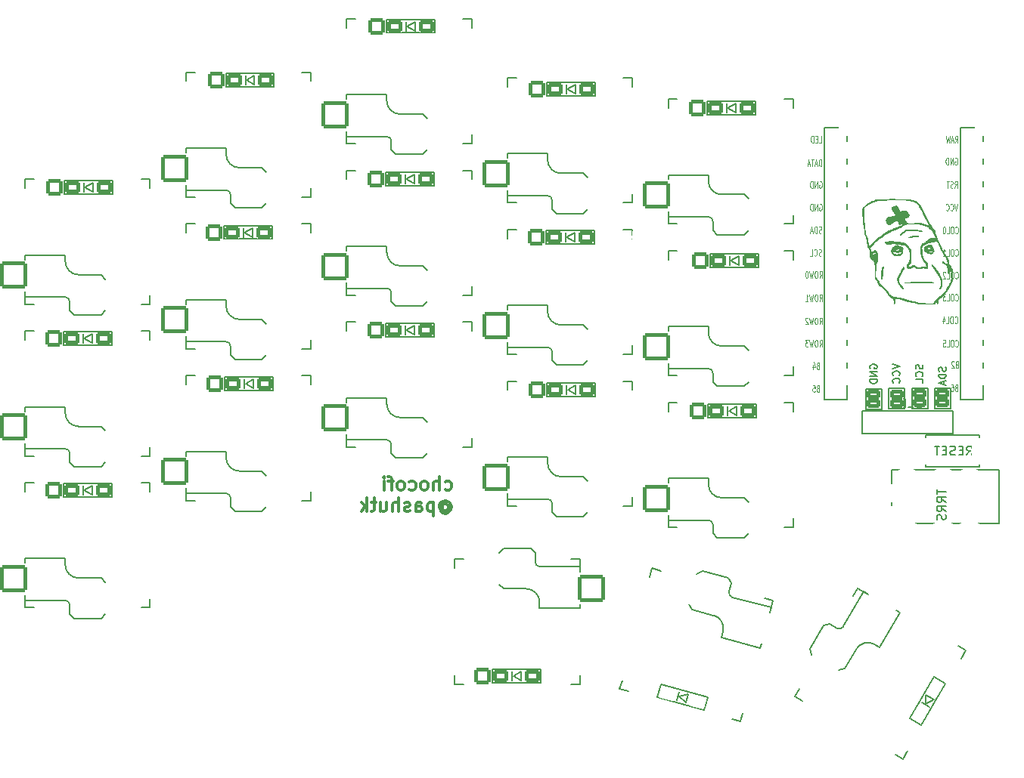
<source format=gbr>
G04 #@! TF.GenerationSoftware,KiCad,Pcbnew,(5.99.0-11177-g6c67dfa032)*
G04 #@! TF.CreationDate,2021-08-29T13:14:20+03:00*
G04 #@! TF.ProjectId,chocofi,63686f63-6f66-4692-9e6b-696361645f70,2.1*
G04 #@! TF.SameCoordinates,Original*
G04 #@! TF.FileFunction,Legend,Bot*
G04 #@! TF.FilePolarity,Positive*
%FSLAX46Y46*%
G04 Gerber Fmt 4.6, Leading zero omitted, Abs format (unit mm)*
G04 Created by KiCad (PCBNEW (5.99.0-11177-g6c67dfa032)) date 2021-08-29 13:14:20*
%MOMM*%
%LPD*%
G01*
G04 APERTURE LIST*
G04 Aperture macros list*
%AMRoundRect*
0 Rectangle with rounded corners*
0 $1 Rounding radius*
0 $2 $3 $4 $5 $6 $7 $8 $9 X,Y pos of 4 corners*
0 Add a 4 corners polygon primitive as box body*
4,1,4,$2,$3,$4,$5,$6,$7,$8,$9,$2,$3,0*
0 Add four circle primitives for the rounded corners*
1,1,$1+$1,$2,$3*
1,1,$1+$1,$4,$5*
1,1,$1+$1,$6,$7*
1,1,$1+$1,$8,$9*
0 Add four rect primitives between the rounded corners*
20,1,$1+$1,$2,$3,$4,$5,0*
20,1,$1+$1,$4,$5,$6,$7,0*
20,1,$1+$1,$6,$7,$8,$9,0*
20,1,$1+$1,$8,$9,$2,$3,0*%
%AMFreePoly0*
4,1,22,0.216777,1.480194,0.271421,1.441421,1.441421,0.271421,1.488777,0.196056,1.500000,0.130000,1.500000,-1.300000,1.480194,-1.386777,1.424698,-1.456366,1.344504,-1.494986,1.300000,-1.500000,-1.300000,-1.500000,-1.386777,-1.480194,-1.456366,-1.424698,-1.494986,-1.344504,-1.500000,-1.300000,-1.500000,1.300000,-1.480194,1.386777,-1.424698,1.456366,-1.344504,1.494986,-1.300000,1.500000,
0.130000,1.500000,0.216777,1.480194,0.216777,1.480194,$1*%
G04 Aperture macros list end*
%ADD10C,0.300000*%
%ADD11C,0.150000*%
%ADD12C,0.125000*%
%ADD13RoundRect,0.200000X-0.698500X-0.698500X0.698500X-0.698500X0.698500X0.698500X-0.698500X0.698500X0*%
%ADD14RoundRect,0.200000X-0.650000X-0.475000X0.650000X-0.475000X0.650000X0.475000X-0.650000X0.475000X0*%
%ADD15C,1.797000*%
%ADD16RoundRect,0.200000X-0.750791X-0.290582X0.504913X-0.627047X0.750791X0.290582X-0.504913X0.627047X0*%
%ADD17RoundRect,0.200000X-0.855484X-0.493914X0.493914X-0.855484X0.855484X0.493914X-0.493914X0.855484X0*%
%ADD18RoundRect,0.200000X0.255669X-0.954169X0.954169X0.255669X-0.255669X0.954169X-0.954169X-0.255669X0*%
%ADD19RoundRect,0.200000X0.086362X-0.800417X0.736362X0.325417X-0.086362X0.800417X-0.736362X-0.325417X0*%
%ADD20C,1.600000*%
%ADD21O,2.900000X2.100000*%
%ADD22C,2.101800*%
%ADD23C,3.829000*%
%ADD24C,3.400000*%
%ADD25C,1.390600*%
%ADD26FreePoly0,0.000000*%
%ADD27RoundRect,0.200000X-1.300000X-1.300000X1.300000X-1.300000X1.300000X1.300000X-1.300000X1.300000X0*%
%ADD28FreePoly0,180.000000*%
%ADD29RoundRect,0.200000X1.300000X1.300000X-1.300000X1.300000X-1.300000X-1.300000X1.300000X-1.300000X0*%
%ADD30FreePoly0,165.000000*%
%ADD31RoundRect,0.200000X1.592168X0.919239X-0.919239X1.592168X-1.592168X-0.919239X0.919239X-1.592168X0*%
%ADD32FreePoly0,240.000000*%
%ADD33RoundRect,0.200000X-0.475833X1.775833X-1.775833X-0.475833X0.475833X-1.775833X1.775833X0.475833X0*%
%ADD34C,1.924000*%
%ADD35C,2.400000*%
%ADD36C,4.400000*%
%ADD37RoundRect,0.200000X-0.571500X0.317500X-0.571500X-0.317500X0.571500X-0.317500X0.571500X0.317500X0*%
G04 APERTURE END LIST*
D10*
X125935000Y-98149642D02*
X126077857Y-98221071D01*
X126363571Y-98221071D01*
X126506428Y-98149642D01*
X126577857Y-98078214D01*
X126649285Y-97935357D01*
X126649285Y-97506785D01*
X126577857Y-97363928D01*
X126506428Y-97292500D01*
X126363571Y-97221071D01*
X126077857Y-97221071D01*
X125935000Y-97292500D01*
X125292142Y-98221071D02*
X125292142Y-96721071D01*
X124649285Y-98221071D02*
X124649285Y-97435357D01*
X124720714Y-97292500D01*
X124863571Y-97221071D01*
X125077857Y-97221071D01*
X125220714Y-97292500D01*
X125292142Y-97363928D01*
X123720714Y-98221071D02*
X123863571Y-98149642D01*
X123935000Y-98078214D01*
X124006428Y-97935357D01*
X124006428Y-97506785D01*
X123935000Y-97363928D01*
X123863571Y-97292500D01*
X123720714Y-97221071D01*
X123506428Y-97221071D01*
X123363571Y-97292500D01*
X123292142Y-97363928D01*
X123220714Y-97506785D01*
X123220714Y-97935357D01*
X123292142Y-98078214D01*
X123363571Y-98149642D01*
X123506428Y-98221071D01*
X123720714Y-98221071D01*
X121935000Y-98149642D02*
X122077857Y-98221071D01*
X122363571Y-98221071D01*
X122506428Y-98149642D01*
X122577857Y-98078214D01*
X122649285Y-97935357D01*
X122649285Y-97506785D01*
X122577857Y-97363928D01*
X122506428Y-97292500D01*
X122363571Y-97221071D01*
X122077857Y-97221071D01*
X121935000Y-97292500D01*
X121077857Y-98221071D02*
X121220714Y-98149642D01*
X121292142Y-98078214D01*
X121363571Y-97935357D01*
X121363571Y-97506785D01*
X121292142Y-97363928D01*
X121220714Y-97292500D01*
X121077857Y-97221071D01*
X120863571Y-97221071D01*
X120720714Y-97292500D01*
X120649285Y-97363928D01*
X120577857Y-97506785D01*
X120577857Y-97935357D01*
X120649285Y-98078214D01*
X120720714Y-98149642D01*
X120863571Y-98221071D01*
X121077857Y-98221071D01*
X120149285Y-97221071D02*
X119577857Y-97221071D01*
X119935000Y-98221071D02*
X119935000Y-96935357D01*
X119863571Y-96792500D01*
X119720714Y-96721071D01*
X119577857Y-96721071D01*
X119077857Y-98221071D02*
X119077857Y-97221071D01*
X119077857Y-96721071D02*
X119149285Y-96792500D01*
X119077857Y-96863928D01*
X119006428Y-96792500D01*
X119077857Y-96721071D01*
X119077857Y-96863928D01*
X125649285Y-99921785D02*
X125720714Y-99850357D01*
X125863571Y-99778928D01*
X126006428Y-99778928D01*
X126149285Y-99850357D01*
X126220714Y-99921785D01*
X126292142Y-100064642D01*
X126292142Y-100207500D01*
X126220714Y-100350357D01*
X126149285Y-100421785D01*
X126006428Y-100493214D01*
X125863571Y-100493214D01*
X125720714Y-100421785D01*
X125649285Y-100350357D01*
X125649285Y-99778928D02*
X125649285Y-100350357D01*
X125577857Y-100421785D01*
X125506428Y-100421785D01*
X125363571Y-100350357D01*
X125292142Y-100207500D01*
X125292142Y-99850357D01*
X125435000Y-99636071D01*
X125649285Y-99493214D01*
X125935000Y-99421785D01*
X126220714Y-99493214D01*
X126435000Y-99636071D01*
X126577857Y-99850357D01*
X126649285Y-100136071D01*
X126577857Y-100421785D01*
X126435000Y-100636071D01*
X126220714Y-100778928D01*
X125935000Y-100850357D01*
X125649285Y-100778928D01*
X125435000Y-100636071D01*
X124649285Y-99636071D02*
X124649285Y-101136071D01*
X124649285Y-99707500D02*
X124506428Y-99636071D01*
X124220714Y-99636071D01*
X124077857Y-99707500D01*
X124006428Y-99778928D01*
X123935000Y-99921785D01*
X123935000Y-100350357D01*
X124006428Y-100493214D01*
X124077857Y-100564642D01*
X124220714Y-100636071D01*
X124506428Y-100636071D01*
X124649285Y-100564642D01*
X122649285Y-100636071D02*
X122649285Y-99850357D01*
X122720714Y-99707500D01*
X122863571Y-99636071D01*
X123149285Y-99636071D01*
X123292142Y-99707500D01*
X122649285Y-100564642D02*
X122792142Y-100636071D01*
X123149285Y-100636071D01*
X123292142Y-100564642D01*
X123363571Y-100421785D01*
X123363571Y-100278928D01*
X123292142Y-100136071D01*
X123149285Y-100064642D01*
X122792142Y-100064642D01*
X122649285Y-99993214D01*
X122006428Y-100564642D02*
X121863571Y-100636071D01*
X121577857Y-100636071D01*
X121435000Y-100564642D01*
X121363571Y-100421785D01*
X121363571Y-100350357D01*
X121435000Y-100207500D01*
X121577857Y-100136071D01*
X121792142Y-100136071D01*
X121935000Y-100064642D01*
X122006428Y-99921785D01*
X122006428Y-99850357D01*
X121935000Y-99707500D01*
X121792142Y-99636071D01*
X121577857Y-99636071D01*
X121435000Y-99707500D01*
X120720714Y-100636071D02*
X120720714Y-99136071D01*
X120077857Y-100636071D02*
X120077857Y-99850357D01*
X120149285Y-99707500D01*
X120292142Y-99636071D01*
X120506428Y-99636071D01*
X120649285Y-99707500D01*
X120720714Y-99778928D01*
X118720714Y-99636071D02*
X118720714Y-100636071D01*
X119363571Y-99636071D02*
X119363571Y-100421785D01*
X119292142Y-100564642D01*
X119149285Y-100636071D01*
X118935000Y-100636071D01*
X118792142Y-100564642D01*
X118720714Y-100493214D01*
X118220714Y-99636071D02*
X117649285Y-99636071D01*
X118006428Y-99136071D02*
X118006428Y-100421785D01*
X117935000Y-100564642D01*
X117792142Y-100636071D01*
X117649285Y-100636071D01*
X117149285Y-100636071D02*
X117149285Y-99136071D01*
X117006428Y-100064642D02*
X116577857Y-100636071D01*
X116577857Y-99636071D02*
X117149285Y-100207500D01*
D11*
X180998880Y-98123595D02*
X180998880Y-98695023D01*
X181998880Y-98409309D02*
X180998880Y-98409309D01*
X181998880Y-99599785D02*
X181522690Y-99266452D01*
X181998880Y-99028357D02*
X180998880Y-99028357D01*
X180998880Y-99409309D01*
X181046500Y-99504547D01*
X181094119Y-99552166D01*
X181189357Y-99599785D01*
X181332214Y-99599785D01*
X181427452Y-99552166D01*
X181475071Y-99504547D01*
X181522690Y-99409309D01*
X181522690Y-99028357D01*
X181998880Y-100599785D02*
X181522690Y-100266452D01*
X181998880Y-100028357D02*
X180998880Y-100028357D01*
X180998880Y-100409309D01*
X181046500Y-100504547D01*
X181094119Y-100552166D01*
X181189357Y-100599785D01*
X181332214Y-100599785D01*
X181427452Y-100552166D01*
X181475071Y-100504547D01*
X181522690Y-100409309D01*
X181522690Y-100028357D01*
X181951261Y-100980738D02*
X181998880Y-101123595D01*
X181998880Y-101361690D01*
X181951261Y-101456928D01*
X181903642Y-101504547D01*
X181808404Y-101552166D01*
X181713166Y-101552166D01*
X181617928Y-101504547D01*
X181570309Y-101456928D01*
X181522690Y-101361690D01*
X181475071Y-101171214D01*
X181427452Y-101075976D01*
X181379833Y-101028357D01*
X181284595Y-100980738D01*
X181189357Y-100980738D01*
X181094119Y-101028357D01*
X181046500Y-101075976D01*
X180998880Y-101171214D01*
X180998880Y-101409309D01*
X181046500Y-101552166D01*
D12*
X167840952Y-79656685D02*
X168007619Y-79299542D01*
X168126666Y-79656685D02*
X168126666Y-78906685D01*
X167936190Y-78906685D01*
X167888571Y-78942400D01*
X167864761Y-78978114D01*
X167840952Y-79049542D01*
X167840952Y-79156685D01*
X167864761Y-79228114D01*
X167888571Y-79263828D01*
X167936190Y-79299542D01*
X168126666Y-79299542D01*
X167531428Y-78906685D02*
X167436190Y-78906685D01*
X167388571Y-78942400D01*
X167340952Y-79013828D01*
X167317142Y-79156685D01*
X167317142Y-79406685D01*
X167340952Y-79549542D01*
X167388571Y-79620971D01*
X167436190Y-79656685D01*
X167531428Y-79656685D01*
X167579047Y-79620971D01*
X167626666Y-79549542D01*
X167650476Y-79406685D01*
X167650476Y-79156685D01*
X167626666Y-79013828D01*
X167579047Y-78942400D01*
X167531428Y-78906685D01*
X167150476Y-78906685D02*
X167031428Y-79656685D01*
X166936190Y-79120971D01*
X166840952Y-79656685D01*
X166721904Y-78906685D01*
X166555238Y-78978114D02*
X166531428Y-78942400D01*
X166483809Y-78906685D01*
X166364761Y-78906685D01*
X166317142Y-78942400D01*
X166293333Y-78978114D01*
X166269523Y-79049542D01*
X166269523Y-79120971D01*
X166293333Y-79228114D01*
X166579047Y-79656685D01*
X166269523Y-79656685D01*
X183057619Y-76946257D02*
X183081428Y-76981971D01*
X183152857Y-77017685D01*
X183200476Y-77017685D01*
X183271904Y-76981971D01*
X183319523Y-76910542D01*
X183343333Y-76839114D01*
X183367142Y-76696257D01*
X183367142Y-76589114D01*
X183343333Y-76446257D01*
X183319523Y-76374828D01*
X183271904Y-76303400D01*
X183200476Y-76267685D01*
X183152857Y-76267685D01*
X183081428Y-76303400D01*
X183057619Y-76339114D01*
X182748095Y-76267685D02*
X182652857Y-76267685D01*
X182605238Y-76303400D01*
X182557619Y-76374828D01*
X182533809Y-76517685D01*
X182533809Y-76767685D01*
X182557619Y-76910542D01*
X182605238Y-76981971D01*
X182652857Y-77017685D01*
X182748095Y-77017685D01*
X182795714Y-76981971D01*
X182843333Y-76910542D01*
X182867142Y-76767685D01*
X182867142Y-76517685D01*
X182843333Y-76374828D01*
X182795714Y-76303400D01*
X182748095Y-76267685D01*
X182081428Y-77017685D02*
X182319523Y-77017685D01*
X182319523Y-76267685D01*
X181962380Y-76267685D02*
X181652857Y-76267685D01*
X181819523Y-76553400D01*
X181748095Y-76553400D01*
X181700476Y-76589114D01*
X181676666Y-76624828D01*
X181652857Y-76696257D01*
X181652857Y-76874828D01*
X181676666Y-76946257D01*
X181700476Y-76981971D01*
X181748095Y-77017685D01*
X181890952Y-77017685D01*
X181938571Y-76981971D01*
X181962380Y-76946257D01*
X183046238Y-59273185D02*
X183212904Y-58916042D01*
X183331952Y-59273185D02*
X183331952Y-58523185D01*
X183141476Y-58523185D01*
X183093857Y-58558900D01*
X183070047Y-58594614D01*
X183046238Y-58666042D01*
X183046238Y-58773185D01*
X183070047Y-58844614D01*
X183093857Y-58880328D01*
X183141476Y-58916042D01*
X183331952Y-58916042D01*
X182855761Y-59058900D02*
X182617666Y-59058900D01*
X182903380Y-59273185D02*
X182736714Y-58523185D01*
X182570047Y-59273185D01*
X182451000Y-58523185D02*
X182331952Y-59273185D01*
X182236714Y-58737471D01*
X182141476Y-59273185D01*
X182022428Y-58523185D01*
X167782428Y-59273185D02*
X168020523Y-59273185D01*
X168020523Y-58523185D01*
X167615761Y-58880328D02*
X167449095Y-58880328D01*
X167377666Y-59273185D02*
X167615761Y-59273185D01*
X167615761Y-58523185D01*
X167377666Y-58523185D01*
X167163380Y-59273185D02*
X167163380Y-58523185D01*
X167044333Y-58523185D01*
X166972904Y-58558900D01*
X166925285Y-58630328D01*
X166901476Y-58701757D01*
X166877666Y-58844614D01*
X166877666Y-58951757D01*
X166901476Y-59094614D01*
X166925285Y-59166042D01*
X166972904Y-59237471D01*
X167044333Y-59273185D01*
X167163380Y-59273185D01*
X168056238Y-71937471D02*
X167984809Y-71973185D01*
X167865761Y-71973185D01*
X167818142Y-71937471D01*
X167794333Y-71901757D01*
X167770523Y-71830328D01*
X167770523Y-71758900D01*
X167794333Y-71687471D01*
X167818142Y-71651757D01*
X167865761Y-71616042D01*
X167961000Y-71580328D01*
X168008619Y-71544614D01*
X168032428Y-71508900D01*
X168056238Y-71437471D01*
X168056238Y-71366042D01*
X168032428Y-71294614D01*
X168008619Y-71258900D01*
X167961000Y-71223185D01*
X167841952Y-71223185D01*
X167770523Y-71258900D01*
X167270523Y-71901757D02*
X167294333Y-71937471D01*
X167365761Y-71973185D01*
X167413380Y-71973185D01*
X167484809Y-71937471D01*
X167532428Y-71866042D01*
X167556238Y-71794614D01*
X167580047Y-71651757D01*
X167580047Y-71544614D01*
X167556238Y-71401757D01*
X167532428Y-71330328D01*
X167484809Y-71258900D01*
X167413380Y-71223185D01*
X167365761Y-71223185D01*
X167294333Y-71258900D01*
X167270523Y-71294614D01*
X166818142Y-71973185D02*
X167056238Y-71973185D01*
X167056238Y-71223185D01*
X183157380Y-86756828D02*
X183085952Y-86792542D01*
X183062142Y-86828257D01*
X183038333Y-86899685D01*
X183038333Y-87006828D01*
X183062142Y-87078257D01*
X183085952Y-87113971D01*
X183133571Y-87149685D01*
X183324047Y-87149685D01*
X183324047Y-86399685D01*
X183157380Y-86399685D01*
X183109761Y-86435400D01*
X183085952Y-86471114D01*
X183062142Y-86542542D01*
X183062142Y-86613971D01*
X183085952Y-86685400D01*
X183109761Y-86721114D01*
X183157380Y-86756828D01*
X183324047Y-86756828D01*
X182609761Y-86399685D02*
X182705000Y-86399685D01*
X182752619Y-86435400D01*
X182776428Y-86471114D01*
X182824047Y-86578257D01*
X182847857Y-86721114D01*
X182847857Y-87006828D01*
X182824047Y-87078257D01*
X182800238Y-87113971D01*
X182752619Y-87149685D01*
X182657380Y-87149685D01*
X182609761Y-87113971D01*
X182585952Y-87078257D01*
X182562142Y-87006828D01*
X182562142Y-86828257D01*
X182585952Y-86756828D01*
X182609761Y-86721114D01*
X182657380Y-86685400D01*
X182752619Y-86685400D01*
X182800238Y-86721114D01*
X182824047Y-86756828D01*
X182847857Y-86828257D01*
X167840952Y-74449685D02*
X168007619Y-74092542D01*
X168126666Y-74449685D02*
X168126666Y-73699685D01*
X167936190Y-73699685D01*
X167888571Y-73735400D01*
X167864761Y-73771114D01*
X167840952Y-73842542D01*
X167840952Y-73949685D01*
X167864761Y-74021114D01*
X167888571Y-74056828D01*
X167936190Y-74092542D01*
X168126666Y-74092542D01*
X167531428Y-73699685D02*
X167436190Y-73699685D01*
X167388571Y-73735400D01*
X167340952Y-73806828D01*
X167317142Y-73949685D01*
X167317142Y-74199685D01*
X167340952Y-74342542D01*
X167388571Y-74413971D01*
X167436190Y-74449685D01*
X167531428Y-74449685D01*
X167579047Y-74413971D01*
X167626666Y-74342542D01*
X167650476Y-74199685D01*
X167650476Y-73949685D01*
X167626666Y-73806828D01*
X167579047Y-73735400D01*
X167531428Y-73699685D01*
X167150476Y-73699685D02*
X167031428Y-74449685D01*
X166936190Y-73913971D01*
X166840952Y-74449685D01*
X166721904Y-73699685D01*
X166436190Y-73699685D02*
X166388571Y-73699685D01*
X166340952Y-73735400D01*
X166317142Y-73771114D01*
X166293333Y-73842542D01*
X166269523Y-73985400D01*
X166269523Y-74163971D01*
X166293333Y-74306828D01*
X166317142Y-74378257D01*
X166340952Y-74413971D01*
X166388571Y-74449685D01*
X166436190Y-74449685D01*
X166483809Y-74413971D01*
X166507619Y-74378257D01*
X166531428Y-74306828D01*
X166555238Y-74163971D01*
X166555238Y-73985400D01*
X166531428Y-73842542D01*
X166507619Y-73771114D01*
X166483809Y-73735400D01*
X166436190Y-73699685D01*
X183057619Y-82096257D02*
X183081428Y-82131971D01*
X183152857Y-82167685D01*
X183200476Y-82167685D01*
X183271904Y-82131971D01*
X183319523Y-82060542D01*
X183343333Y-81989114D01*
X183367142Y-81846257D01*
X183367142Y-81739114D01*
X183343333Y-81596257D01*
X183319523Y-81524828D01*
X183271904Y-81453400D01*
X183200476Y-81417685D01*
X183152857Y-81417685D01*
X183081428Y-81453400D01*
X183057619Y-81489114D01*
X182748095Y-81417685D02*
X182652857Y-81417685D01*
X182605238Y-81453400D01*
X182557619Y-81524828D01*
X182533809Y-81667685D01*
X182533809Y-81917685D01*
X182557619Y-82060542D01*
X182605238Y-82131971D01*
X182652857Y-82167685D01*
X182748095Y-82167685D01*
X182795714Y-82131971D01*
X182843333Y-82060542D01*
X182867142Y-81917685D01*
X182867142Y-81667685D01*
X182843333Y-81524828D01*
X182795714Y-81453400D01*
X182748095Y-81417685D01*
X182081428Y-82167685D02*
X182319523Y-82167685D01*
X182319523Y-81417685D01*
X181676666Y-81417685D02*
X181914761Y-81417685D01*
X181938571Y-81774828D01*
X181914761Y-81739114D01*
X181867142Y-81703400D01*
X181748095Y-81703400D01*
X181700476Y-81739114D01*
X181676666Y-81774828D01*
X181652857Y-81846257D01*
X181652857Y-82024828D01*
X181676666Y-82096257D01*
X181700476Y-82131971D01*
X181748095Y-82167685D01*
X181867142Y-82167685D01*
X181914761Y-82131971D01*
X181938571Y-82096257D01*
D11*
D12*
X168060000Y-61917685D02*
X168060000Y-61167685D01*
X167940952Y-61167685D01*
X167869523Y-61203400D01*
X167821904Y-61274828D01*
X167798095Y-61346257D01*
X167774285Y-61489114D01*
X167774285Y-61596257D01*
X167798095Y-61739114D01*
X167821904Y-61810542D01*
X167869523Y-61881971D01*
X167940952Y-61917685D01*
X168060000Y-61917685D01*
X167583809Y-61703400D02*
X167345714Y-61703400D01*
X167631428Y-61917685D02*
X167464761Y-61167685D01*
X167298095Y-61917685D01*
X167202857Y-61167685D02*
X166917142Y-61167685D01*
X167060000Y-61917685D02*
X167060000Y-61167685D01*
X166774285Y-61703400D02*
X166536190Y-61703400D01*
X166821904Y-61917685D02*
X166655238Y-61167685D01*
X166488571Y-61917685D01*
X183304166Y-66143185D02*
X183137500Y-66893185D01*
X182970833Y-66143185D01*
X182518452Y-66821757D02*
X182542261Y-66857471D01*
X182613690Y-66893185D01*
X182661309Y-66893185D01*
X182732738Y-66857471D01*
X182780357Y-66786042D01*
X182804166Y-66714614D01*
X182827976Y-66571757D01*
X182827976Y-66464614D01*
X182804166Y-66321757D01*
X182780357Y-66250328D01*
X182732738Y-66178900D01*
X182661309Y-66143185D01*
X182613690Y-66143185D01*
X182542261Y-66178900D01*
X182518452Y-66214614D01*
X182018452Y-66821757D02*
X182042261Y-66857471D01*
X182113690Y-66893185D01*
X182161309Y-66893185D01*
X182232738Y-66857471D01*
X182280357Y-66786042D01*
X182304166Y-66714614D01*
X182327976Y-66571757D01*
X182327976Y-66464614D01*
X182304166Y-66321757D01*
X182280357Y-66250328D01*
X182232738Y-66178900D01*
X182161309Y-66143185D01*
X182113690Y-66143185D01*
X182042261Y-66178900D01*
X182018452Y-66214614D01*
X183220880Y-84153328D02*
X183149452Y-84189042D01*
X183125642Y-84224757D01*
X183101833Y-84296185D01*
X183101833Y-84403328D01*
X183125642Y-84474757D01*
X183149452Y-84510471D01*
X183197071Y-84546185D01*
X183387547Y-84546185D01*
X183387547Y-83796185D01*
X183220880Y-83796185D01*
X183173261Y-83831900D01*
X183149452Y-83867614D01*
X183125642Y-83939042D01*
X183125642Y-84010471D01*
X183149452Y-84081900D01*
X183173261Y-84117614D01*
X183220880Y-84153328D01*
X183387547Y-84153328D01*
X182911357Y-83867614D02*
X182887547Y-83831900D01*
X182839928Y-83796185D01*
X182720880Y-83796185D01*
X182673261Y-83831900D01*
X182649452Y-83867614D01*
X182625642Y-83939042D01*
X182625642Y-84010471D01*
X182649452Y-84117614D01*
X182935166Y-84546185D01*
X182625642Y-84546185D01*
X167841952Y-63638900D02*
X167889571Y-63603185D01*
X167961000Y-63603185D01*
X168032428Y-63638900D01*
X168080047Y-63710328D01*
X168103857Y-63781757D01*
X168127666Y-63924614D01*
X168127666Y-64031757D01*
X168103857Y-64174614D01*
X168080047Y-64246042D01*
X168032428Y-64317471D01*
X167961000Y-64353185D01*
X167913380Y-64353185D01*
X167841952Y-64317471D01*
X167818142Y-64281757D01*
X167818142Y-64031757D01*
X167913380Y-64031757D01*
X167603857Y-64353185D02*
X167603857Y-63603185D01*
X167318142Y-64353185D01*
X167318142Y-63603185D01*
X167080047Y-64353185D02*
X167080047Y-63603185D01*
X166961000Y-63603185D01*
X166889571Y-63638900D01*
X166841952Y-63710328D01*
X166818142Y-63781757D01*
X166794333Y-63924614D01*
X166794333Y-64031757D01*
X166818142Y-64174614D01*
X166841952Y-64246042D01*
X166889571Y-64317471D01*
X166961000Y-64353185D01*
X167080047Y-64353185D01*
X183007619Y-79458257D02*
X183031428Y-79493971D01*
X183102857Y-79529685D01*
X183150476Y-79529685D01*
X183221904Y-79493971D01*
X183269523Y-79422542D01*
X183293333Y-79351114D01*
X183317142Y-79208257D01*
X183317142Y-79101114D01*
X183293333Y-78958257D01*
X183269523Y-78886828D01*
X183221904Y-78815400D01*
X183150476Y-78779685D01*
X183102857Y-78779685D01*
X183031428Y-78815400D01*
X183007619Y-78851114D01*
X182698095Y-78779685D02*
X182602857Y-78779685D01*
X182555238Y-78815400D01*
X182507619Y-78886828D01*
X182483809Y-79029685D01*
X182483809Y-79279685D01*
X182507619Y-79422542D01*
X182555238Y-79493971D01*
X182602857Y-79529685D01*
X182698095Y-79529685D01*
X182745714Y-79493971D01*
X182793333Y-79422542D01*
X182817142Y-79279685D01*
X182817142Y-79029685D01*
X182793333Y-78886828D01*
X182745714Y-78815400D01*
X182698095Y-78779685D01*
X182031428Y-79529685D02*
X182269523Y-79529685D01*
X182269523Y-78779685D01*
X181650476Y-79029685D02*
X181650476Y-79529685D01*
X181769523Y-78743971D02*
X181888571Y-79279685D01*
X181579047Y-79279685D01*
X168068142Y-69397471D02*
X167996714Y-69433185D01*
X167877666Y-69433185D01*
X167830047Y-69397471D01*
X167806238Y-69361757D01*
X167782428Y-69290328D01*
X167782428Y-69218900D01*
X167806238Y-69147471D01*
X167830047Y-69111757D01*
X167877666Y-69076042D01*
X167972904Y-69040328D01*
X168020523Y-69004614D01*
X168044333Y-68968900D01*
X168068142Y-68897471D01*
X168068142Y-68826042D01*
X168044333Y-68754614D01*
X168020523Y-68718900D01*
X167972904Y-68683185D01*
X167853857Y-68683185D01*
X167782428Y-68718900D01*
X167568142Y-69433185D02*
X167568142Y-68683185D01*
X167449095Y-68683185D01*
X167377666Y-68718900D01*
X167330047Y-68790328D01*
X167306238Y-68861757D01*
X167282428Y-69004614D01*
X167282428Y-69111757D01*
X167306238Y-69254614D01*
X167330047Y-69326042D01*
X167377666Y-69397471D01*
X167449095Y-69433185D01*
X167568142Y-69433185D01*
X167091952Y-69218900D02*
X166853857Y-69218900D01*
X167139571Y-69433185D02*
X166972904Y-68683185D01*
X166806238Y-69433185D01*
X182974809Y-64353185D02*
X183141476Y-63996042D01*
X183260523Y-64353185D02*
X183260523Y-63603185D01*
X183070047Y-63603185D01*
X183022428Y-63638900D01*
X182998619Y-63674614D01*
X182974809Y-63746042D01*
X182974809Y-63853185D01*
X182998619Y-63924614D01*
X183022428Y-63960328D01*
X183070047Y-63996042D01*
X183260523Y-63996042D01*
X182784333Y-64317471D02*
X182712904Y-64353185D01*
X182593857Y-64353185D01*
X182546238Y-64317471D01*
X182522428Y-64281757D01*
X182498619Y-64210328D01*
X182498619Y-64138900D01*
X182522428Y-64067471D01*
X182546238Y-64031757D01*
X182593857Y-63996042D01*
X182689095Y-63960328D01*
X182736714Y-63924614D01*
X182760523Y-63888900D01*
X182784333Y-63817471D01*
X182784333Y-63746042D01*
X182760523Y-63674614D01*
X182736714Y-63638900D01*
X182689095Y-63603185D01*
X182570047Y-63603185D01*
X182498619Y-63638900D01*
X182355761Y-63603185D02*
X182070047Y-63603185D01*
X182212904Y-64353185D02*
X182212904Y-63603185D01*
X183057619Y-71901757D02*
X183081428Y-71937471D01*
X183152857Y-71973185D01*
X183200476Y-71973185D01*
X183271904Y-71937471D01*
X183319523Y-71866042D01*
X183343333Y-71794614D01*
X183367142Y-71651757D01*
X183367142Y-71544614D01*
X183343333Y-71401757D01*
X183319523Y-71330328D01*
X183271904Y-71258900D01*
X183200476Y-71223185D01*
X183152857Y-71223185D01*
X183081428Y-71258900D01*
X183057619Y-71294614D01*
X182748095Y-71223185D02*
X182652857Y-71223185D01*
X182605238Y-71258900D01*
X182557619Y-71330328D01*
X182533809Y-71473185D01*
X182533809Y-71723185D01*
X182557619Y-71866042D01*
X182605238Y-71937471D01*
X182652857Y-71973185D01*
X182748095Y-71973185D01*
X182795714Y-71937471D01*
X182843333Y-71866042D01*
X182867142Y-71723185D01*
X182867142Y-71473185D01*
X182843333Y-71330328D01*
X182795714Y-71258900D01*
X182748095Y-71223185D01*
X182081428Y-71973185D02*
X182319523Y-71973185D01*
X182319523Y-71223185D01*
X181652857Y-71973185D02*
X181938571Y-71973185D01*
X181795714Y-71973185D02*
X181795714Y-71223185D01*
X181843333Y-71330328D01*
X181890952Y-71401757D01*
X181938571Y-71437471D01*
X183018452Y-61035400D02*
X183066071Y-60999685D01*
X183137500Y-60999685D01*
X183208928Y-61035400D01*
X183256547Y-61106828D01*
X183280357Y-61178257D01*
X183304166Y-61321114D01*
X183304166Y-61428257D01*
X183280357Y-61571114D01*
X183256547Y-61642542D01*
X183208928Y-61713971D01*
X183137500Y-61749685D01*
X183089880Y-61749685D01*
X183018452Y-61713971D01*
X182994642Y-61678257D01*
X182994642Y-61428257D01*
X183089880Y-61428257D01*
X182780357Y-61749685D02*
X182780357Y-60999685D01*
X182494642Y-61749685D01*
X182494642Y-60999685D01*
X182256547Y-61749685D02*
X182256547Y-60999685D01*
X182137500Y-60999685D01*
X182066071Y-61035400D01*
X182018452Y-61106828D01*
X181994642Y-61178257D01*
X181970833Y-61321114D01*
X181970833Y-61428257D01*
X181994642Y-61571114D01*
X182018452Y-61642542D01*
X182066071Y-61713971D01*
X182137500Y-61749685D01*
X182256547Y-61749685D01*
X183057619Y-74446257D02*
X183081428Y-74481971D01*
X183152857Y-74517685D01*
X183200476Y-74517685D01*
X183271904Y-74481971D01*
X183319523Y-74410542D01*
X183343333Y-74339114D01*
X183367142Y-74196257D01*
X183367142Y-74089114D01*
X183343333Y-73946257D01*
X183319523Y-73874828D01*
X183271904Y-73803400D01*
X183200476Y-73767685D01*
X183152857Y-73767685D01*
X183081428Y-73803400D01*
X183057619Y-73839114D01*
X182748095Y-73767685D02*
X182652857Y-73767685D01*
X182605238Y-73803400D01*
X182557619Y-73874828D01*
X182533809Y-74017685D01*
X182533809Y-74267685D01*
X182557619Y-74410542D01*
X182605238Y-74481971D01*
X182652857Y-74517685D01*
X182748095Y-74517685D01*
X182795714Y-74481971D01*
X182843333Y-74410542D01*
X182867142Y-74267685D01*
X182867142Y-74017685D01*
X182843333Y-73874828D01*
X182795714Y-73803400D01*
X182748095Y-73767685D01*
X182081428Y-74517685D02*
X182319523Y-74517685D01*
X182319523Y-73767685D01*
X181938571Y-73839114D02*
X181914761Y-73803400D01*
X181867142Y-73767685D01*
X181748095Y-73767685D01*
X181700476Y-73803400D01*
X181676666Y-73839114D01*
X181652857Y-73910542D01*
X181652857Y-73981971D01*
X181676666Y-74089114D01*
X181962380Y-74517685D01*
X181652857Y-74517685D01*
X167841952Y-66178900D02*
X167889571Y-66143185D01*
X167961000Y-66143185D01*
X168032428Y-66178900D01*
X168080047Y-66250328D01*
X168103857Y-66321757D01*
X168127666Y-66464614D01*
X168127666Y-66571757D01*
X168103857Y-66714614D01*
X168080047Y-66786042D01*
X168032428Y-66857471D01*
X167961000Y-66893185D01*
X167913380Y-66893185D01*
X167841952Y-66857471D01*
X167818142Y-66821757D01*
X167818142Y-66571757D01*
X167913380Y-66571757D01*
X167603857Y-66893185D02*
X167603857Y-66143185D01*
X167318142Y-66893185D01*
X167318142Y-66143185D01*
X167080047Y-66893185D02*
X167080047Y-66143185D01*
X166961000Y-66143185D01*
X166889571Y-66178900D01*
X166841952Y-66250328D01*
X166818142Y-66321757D01*
X166794333Y-66464614D01*
X166794333Y-66571757D01*
X166818142Y-66714614D01*
X166841952Y-66786042D01*
X166889571Y-66857471D01*
X166961000Y-66893185D01*
X167080047Y-66893185D01*
X167840952Y-82167685D02*
X168007619Y-81810542D01*
X168126666Y-82167685D02*
X168126666Y-81417685D01*
X167936190Y-81417685D01*
X167888571Y-81453400D01*
X167864761Y-81489114D01*
X167840952Y-81560542D01*
X167840952Y-81667685D01*
X167864761Y-81739114D01*
X167888571Y-81774828D01*
X167936190Y-81810542D01*
X168126666Y-81810542D01*
X167531428Y-81417685D02*
X167436190Y-81417685D01*
X167388571Y-81453400D01*
X167340952Y-81524828D01*
X167317142Y-81667685D01*
X167317142Y-81917685D01*
X167340952Y-82060542D01*
X167388571Y-82131971D01*
X167436190Y-82167685D01*
X167531428Y-82167685D01*
X167579047Y-82131971D01*
X167626666Y-82060542D01*
X167650476Y-81917685D01*
X167650476Y-81667685D01*
X167626666Y-81524828D01*
X167579047Y-81453400D01*
X167531428Y-81417685D01*
X167150476Y-81417685D02*
X167031428Y-82167685D01*
X166936190Y-81631971D01*
X166840952Y-82167685D01*
X166721904Y-81417685D01*
X166579047Y-81417685D02*
X166269523Y-81417685D01*
X166436190Y-81703400D01*
X166364761Y-81703400D01*
X166317142Y-81739114D01*
X166293333Y-81774828D01*
X166269523Y-81846257D01*
X166269523Y-82024828D01*
X166293333Y-82096257D01*
X166317142Y-82131971D01*
X166364761Y-82167685D01*
X166507619Y-82167685D01*
X166555238Y-82131971D01*
X166579047Y-82096257D01*
X167663380Y-84280328D02*
X167591952Y-84316042D01*
X167568142Y-84351757D01*
X167544333Y-84423185D01*
X167544333Y-84530328D01*
X167568142Y-84601757D01*
X167591952Y-84637471D01*
X167639571Y-84673185D01*
X167830047Y-84673185D01*
X167830047Y-83923185D01*
X167663380Y-83923185D01*
X167615761Y-83958900D01*
X167591952Y-83994614D01*
X167568142Y-84066042D01*
X167568142Y-84137471D01*
X167591952Y-84208900D01*
X167615761Y-84244614D01*
X167663380Y-84280328D01*
X167830047Y-84280328D01*
X167115761Y-84173185D02*
X167115761Y-84673185D01*
X167234809Y-83887471D02*
X167353857Y-84423185D01*
X167044333Y-84423185D01*
X183057619Y-69396257D02*
X183081428Y-69431971D01*
X183152857Y-69467685D01*
X183200476Y-69467685D01*
X183271904Y-69431971D01*
X183319523Y-69360542D01*
X183343333Y-69289114D01*
X183367142Y-69146257D01*
X183367142Y-69039114D01*
X183343333Y-68896257D01*
X183319523Y-68824828D01*
X183271904Y-68753400D01*
X183200476Y-68717685D01*
X183152857Y-68717685D01*
X183081428Y-68753400D01*
X183057619Y-68789114D01*
X182748095Y-68717685D02*
X182652857Y-68717685D01*
X182605238Y-68753400D01*
X182557619Y-68824828D01*
X182533809Y-68967685D01*
X182533809Y-69217685D01*
X182557619Y-69360542D01*
X182605238Y-69431971D01*
X182652857Y-69467685D01*
X182748095Y-69467685D01*
X182795714Y-69431971D01*
X182843333Y-69360542D01*
X182867142Y-69217685D01*
X182867142Y-68967685D01*
X182843333Y-68824828D01*
X182795714Y-68753400D01*
X182748095Y-68717685D01*
X182081428Y-69467685D02*
X182319523Y-69467685D01*
X182319523Y-68717685D01*
X181819523Y-68717685D02*
X181771904Y-68717685D01*
X181724285Y-68753400D01*
X181700476Y-68789114D01*
X181676666Y-68860542D01*
X181652857Y-69003400D01*
X181652857Y-69181971D01*
X181676666Y-69324828D01*
X181700476Y-69396257D01*
X181724285Y-69431971D01*
X181771904Y-69467685D01*
X181819523Y-69467685D01*
X181867142Y-69431971D01*
X181890952Y-69396257D01*
X181914761Y-69324828D01*
X181938571Y-69181971D01*
X181938571Y-69003400D01*
X181914761Y-68860542D01*
X181890952Y-68789114D01*
X181867142Y-68753400D01*
X181819523Y-68717685D01*
X167840952Y-77053185D02*
X168007619Y-76696042D01*
X168126666Y-77053185D02*
X168126666Y-76303185D01*
X167936190Y-76303185D01*
X167888571Y-76338900D01*
X167864761Y-76374614D01*
X167840952Y-76446042D01*
X167840952Y-76553185D01*
X167864761Y-76624614D01*
X167888571Y-76660328D01*
X167936190Y-76696042D01*
X168126666Y-76696042D01*
X167531428Y-76303185D02*
X167436190Y-76303185D01*
X167388571Y-76338900D01*
X167340952Y-76410328D01*
X167317142Y-76553185D01*
X167317142Y-76803185D01*
X167340952Y-76946042D01*
X167388571Y-77017471D01*
X167436190Y-77053185D01*
X167531428Y-77053185D01*
X167579047Y-77017471D01*
X167626666Y-76946042D01*
X167650476Y-76803185D01*
X167650476Y-76553185D01*
X167626666Y-76410328D01*
X167579047Y-76338900D01*
X167531428Y-76303185D01*
X167150476Y-76303185D02*
X167031428Y-77053185D01*
X166936190Y-76517471D01*
X166840952Y-77053185D01*
X166721904Y-76303185D01*
X166269523Y-77053185D02*
X166555238Y-77053185D01*
X166412380Y-77053185D02*
X166412380Y-76303185D01*
X166460000Y-76410328D01*
X166507619Y-76481757D01*
X166555238Y-76517471D01*
D11*
D12*
X167663380Y-86820328D02*
X167591952Y-86856042D01*
X167568142Y-86891757D01*
X167544333Y-86963185D01*
X167544333Y-87070328D01*
X167568142Y-87141757D01*
X167591952Y-87177471D01*
X167639571Y-87213185D01*
X167830047Y-87213185D01*
X167830047Y-86463185D01*
X167663380Y-86463185D01*
X167615761Y-86498900D01*
X167591952Y-86534614D01*
X167568142Y-86606042D01*
X167568142Y-86677471D01*
X167591952Y-86748900D01*
X167615761Y-86784614D01*
X167663380Y-86820328D01*
X167830047Y-86820328D01*
X167091952Y-86463185D02*
X167330047Y-86463185D01*
X167353857Y-86820328D01*
X167330047Y-86784614D01*
X167282428Y-86748900D01*
X167163380Y-86748900D01*
X167115761Y-86784614D01*
X167091952Y-86820328D01*
X167068142Y-86891757D01*
X167068142Y-87070328D01*
X167091952Y-87141757D01*
X167115761Y-87177471D01*
X167163380Y-87213185D01*
X167282428Y-87213185D01*
X167330047Y-87177471D01*
X167353857Y-87141757D01*
D11*
X179132380Y-87960780D02*
X178941904Y-87960780D01*
X178846666Y-88008400D01*
X178751428Y-88103638D01*
X178703809Y-88294114D01*
X178703809Y-88627447D01*
X178751428Y-88817923D01*
X178846666Y-88913161D01*
X178941904Y-88960780D01*
X179132380Y-88960780D01*
X179227619Y-88913161D01*
X179322857Y-88817923D01*
X179370476Y-88627447D01*
X179370476Y-88294114D01*
X179322857Y-88103638D01*
X179227619Y-88008400D01*
X179132380Y-87960780D01*
X177799047Y-88960780D02*
X178275238Y-88960780D01*
X178275238Y-87960780D01*
X177465714Y-88436971D02*
X177132380Y-88436971D01*
X176989523Y-88960780D02*
X177465714Y-88960780D01*
X177465714Y-87960780D01*
X176989523Y-87960780D01*
X176560952Y-88960780D02*
X176560952Y-87960780D01*
X176322857Y-87960780D01*
X176180000Y-88008400D01*
X176084761Y-88103638D01*
X176037142Y-88198876D01*
X175989523Y-88389352D01*
X175989523Y-88532209D01*
X176037142Y-88722685D01*
X176084761Y-88817923D01*
X176180000Y-88913161D01*
X176322857Y-88960780D01*
X176560952Y-88960780D01*
X184332380Y-94305380D02*
X184665714Y-93829190D01*
X184903809Y-94305380D02*
X184903809Y-93305380D01*
X184522857Y-93305380D01*
X184427619Y-93353000D01*
X184380000Y-93400619D01*
X184332380Y-93495857D01*
X184332380Y-93638714D01*
X184380000Y-93733952D01*
X184427619Y-93781571D01*
X184522857Y-93829190D01*
X184903809Y-93829190D01*
X183903809Y-93781571D02*
X183570476Y-93781571D01*
X183427619Y-94305380D02*
X183903809Y-94305380D01*
X183903809Y-93305380D01*
X183427619Y-93305380D01*
X183046666Y-94257761D02*
X182903809Y-94305380D01*
X182665714Y-94305380D01*
X182570476Y-94257761D01*
X182522857Y-94210142D01*
X182475238Y-94114904D01*
X182475238Y-94019666D01*
X182522857Y-93924428D01*
X182570476Y-93876809D01*
X182665714Y-93829190D01*
X182856190Y-93781571D01*
X182951428Y-93733952D01*
X182999047Y-93686333D01*
X183046666Y-93591095D01*
X183046666Y-93495857D01*
X182999047Y-93400619D01*
X182951428Y-93353000D01*
X182856190Y-93305380D01*
X182618095Y-93305380D01*
X182475238Y-93353000D01*
X182046666Y-93781571D02*
X181713333Y-93781571D01*
X181570476Y-94305380D02*
X182046666Y-94305380D01*
X182046666Y-93305380D01*
X181570476Y-93305380D01*
X181284761Y-93305380D02*
X180713333Y-93305380D01*
X180999047Y-94305380D02*
X180999047Y-93305380D01*
X176034895Y-84100666D02*
X176847695Y-84371600D01*
X176034895Y-84642533D01*
X176770285Y-85377923D02*
X176808990Y-85339219D01*
X176847695Y-85223104D01*
X176847695Y-85145695D01*
X176808990Y-85029580D01*
X176731580Y-84952171D01*
X176654171Y-84913466D01*
X176499352Y-84874761D01*
X176383238Y-84874761D01*
X176228419Y-84913466D01*
X176151009Y-84952171D01*
X176073600Y-85029580D01*
X176034895Y-85145695D01*
X176034895Y-85223104D01*
X176073600Y-85339219D01*
X176112304Y-85377923D01*
X176770285Y-86190723D02*
X176808990Y-86152019D01*
X176847695Y-86035904D01*
X176847695Y-85958495D01*
X176808990Y-85842380D01*
X176731580Y-85764971D01*
X176654171Y-85726266D01*
X176499352Y-85687561D01*
X176383238Y-85687561D01*
X176228419Y-85726266D01*
X176151009Y-85764971D01*
X176073600Y-85842380D01*
X176034895Y-85958495D01*
X176034895Y-86035904D01*
X176073600Y-86152019D01*
X176112304Y-86190723D01*
X173523600Y-84594723D02*
X173484895Y-84517314D01*
X173484895Y-84401200D01*
X173523600Y-84285085D01*
X173601009Y-84207676D01*
X173678419Y-84168971D01*
X173833238Y-84130266D01*
X173949352Y-84130266D01*
X174104171Y-84168971D01*
X174181580Y-84207676D01*
X174258990Y-84285085D01*
X174297695Y-84401200D01*
X174297695Y-84478609D01*
X174258990Y-84594723D01*
X174220285Y-84633428D01*
X173949352Y-84633428D01*
X173949352Y-84478609D01*
X174297695Y-84981771D02*
X173484895Y-84981771D01*
X174297695Y-85446228D01*
X173484895Y-85446228D01*
X174297695Y-85833276D02*
X173484895Y-85833276D01*
X173484895Y-86026800D01*
X173523600Y-86142914D01*
X173601009Y-86220323D01*
X173678419Y-86259028D01*
X173833238Y-86297733D01*
X173949352Y-86297733D01*
X174104171Y-86259028D01*
X174181580Y-86220323D01*
X174258990Y-86142914D01*
X174297695Y-86026800D01*
X174297695Y-85833276D01*
X181968990Y-84457066D02*
X182007695Y-84573180D01*
X182007695Y-84766704D01*
X181968990Y-84844114D01*
X181930285Y-84882819D01*
X181852876Y-84921523D01*
X181775466Y-84921523D01*
X181698057Y-84882819D01*
X181659352Y-84844114D01*
X181620647Y-84766704D01*
X181581942Y-84611885D01*
X181543238Y-84534476D01*
X181504533Y-84495771D01*
X181427123Y-84457066D01*
X181349714Y-84457066D01*
X181272304Y-84495771D01*
X181233600Y-84534476D01*
X181194895Y-84611885D01*
X181194895Y-84805409D01*
X181233600Y-84921523D01*
X182007695Y-85269866D02*
X181194895Y-85269866D01*
X181194895Y-85463390D01*
X181233600Y-85579504D01*
X181311009Y-85656914D01*
X181388419Y-85695619D01*
X181543238Y-85734323D01*
X181659352Y-85734323D01*
X181814171Y-85695619D01*
X181891580Y-85656914D01*
X181968990Y-85579504D01*
X182007695Y-85463390D01*
X182007695Y-85269866D01*
X181775466Y-86043961D02*
X181775466Y-86431009D01*
X182007695Y-85966552D02*
X181194895Y-86237485D01*
X182007695Y-86508419D01*
X179388990Y-84186780D02*
X179427695Y-84302895D01*
X179427695Y-84496419D01*
X179388990Y-84573828D01*
X179350285Y-84612533D01*
X179272876Y-84651238D01*
X179195466Y-84651238D01*
X179118057Y-84612533D01*
X179079352Y-84573828D01*
X179040647Y-84496419D01*
X179001942Y-84341600D01*
X178963238Y-84264190D01*
X178924533Y-84225485D01*
X178847123Y-84186780D01*
X178769714Y-84186780D01*
X178692304Y-84225485D01*
X178653600Y-84264190D01*
X178614895Y-84341600D01*
X178614895Y-84535123D01*
X178653600Y-84651238D01*
X179350285Y-85464038D02*
X179388990Y-85425333D01*
X179427695Y-85309219D01*
X179427695Y-85231809D01*
X179388990Y-85115695D01*
X179311580Y-85038285D01*
X179234171Y-84999580D01*
X179079352Y-84960876D01*
X178963238Y-84960876D01*
X178808419Y-84999580D01*
X178731009Y-85038285D01*
X178653600Y-85115695D01*
X178614895Y-85231809D01*
X178614895Y-85309219D01*
X178653600Y-85425333D01*
X178692304Y-85464038D01*
X179427695Y-86199428D02*
X179427695Y-85812380D01*
X178614895Y-85812380D01*
X83304400Y-65062800D02*
X88704400Y-65062800D01*
X86504400Y-64812800D02*
X85604400Y-64312800D01*
X88704400Y-65062800D02*
X88704400Y-63562800D01*
X83304400Y-63562800D02*
X83304400Y-65062800D01*
X86504400Y-63812800D02*
X86504400Y-64812800D01*
X85604400Y-64312800D02*
X86504400Y-63812800D01*
X88704400Y-63562800D02*
X83304400Y-63562800D01*
X85504400Y-63812800D02*
X85504400Y-64812800D01*
X104589200Y-52773200D02*
X103689200Y-52273200D01*
X106789200Y-53023200D02*
X106789200Y-51523200D01*
X106789200Y-51523200D02*
X101389200Y-51523200D01*
X101389200Y-53023200D02*
X106789200Y-53023200D01*
X101389200Y-51523200D02*
X101389200Y-53023200D01*
X104589200Y-51773200D02*
X104589200Y-52773200D01*
X103689200Y-52273200D02*
X104589200Y-51773200D01*
X103589200Y-51773200D02*
X103589200Y-52773200D01*
X121572400Y-45728000D02*
X121572400Y-46728000D01*
X122572400Y-46728000D02*
X121672400Y-46228000D01*
X124772400Y-45478000D02*
X119372400Y-45478000D01*
X122572400Y-45728000D02*
X122572400Y-46728000D01*
X119372400Y-45478000D02*
X119372400Y-46978000D01*
X121672400Y-46228000D02*
X122572400Y-45728000D01*
X124772400Y-46978000D02*
X124772400Y-45478000D01*
X119372400Y-46978000D02*
X124772400Y-46978000D01*
X139604800Y-53289200D02*
X140504800Y-52789200D01*
X139504800Y-52789200D02*
X139504800Y-53789200D01*
X142704800Y-54039200D02*
X142704800Y-52539200D01*
X140504800Y-53789200D02*
X139604800Y-53289200D01*
X142704800Y-52539200D02*
X137304800Y-52539200D01*
X137304800Y-54039200D02*
X142704800Y-54039200D01*
X140504800Y-52789200D02*
X140504800Y-53789200D01*
X137304800Y-52539200D02*
X137304800Y-54039200D01*
X155288000Y-54672800D02*
X155288000Y-56172800D01*
X155288000Y-56172800D02*
X160688000Y-56172800D01*
X157588000Y-55422800D02*
X158488000Y-54922800D01*
X160688000Y-54672800D02*
X155288000Y-54672800D01*
X160688000Y-56172800D02*
X160688000Y-54672800D01*
X158488000Y-54922800D02*
X158488000Y-55922800D01*
X157488000Y-54922800D02*
X157488000Y-55922800D01*
X158488000Y-55922800D02*
X157588000Y-55422800D01*
X83202800Y-81979200D02*
X88602800Y-81979200D01*
X85402800Y-80729200D02*
X85402800Y-81729200D01*
X88602800Y-80479200D02*
X83202800Y-80479200D01*
X83202800Y-80479200D02*
X83202800Y-81979200D01*
X85502800Y-81229200D02*
X86402800Y-80729200D01*
X88602800Y-81979200D02*
X88602800Y-80479200D01*
X86402800Y-80729200D02*
X86402800Y-81729200D01*
X86402800Y-81729200D02*
X85502800Y-81229200D01*
X103386000Y-68842000D02*
X103386000Y-69842000D01*
X101186000Y-70092000D02*
X106586000Y-70092000D01*
X104386000Y-69842000D02*
X103486000Y-69342000D01*
X106586000Y-68592000D02*
X101186000Y-68592000D01*
X104386000Y-68842000D02*
X104386000Y-69842000D01*
X101186000Y-68592000D02*
X101186000Y-70092000D01*
X103486000Y-69342000D02*
X104386000Y-68842000D01*
X106586000Y-70092000D02*
X106586000Y-68592000D01*
X122470800Y-62847600D02*
X122470800Y-63847600D01*
X122470800Y-63847600D02*
X121570800Y-63347600D01*
X121570800Y-63347600D02*
X122470800Y-62847600D01*
X124670800Y-64097600D02*
X124670800Y-62597600D01*
X119270800Y-62597600D02*
X119270800Y-64097600D01*
X121470800Y-62847600D02*
X121470800Y-63847600D01*
X124670800Y-62597600D02*
X119270800Y-62597600D01*
X119270800Y-64097600D02*
X124670800Y-64097600D01*
X137254000Y-70650800D02*
X142654000Y-70650800D01*
X140454000Y-69400800D02*
X140454000Y-70400800D01*
X137254000Y-69150800D02*
X137254000Y-70650800D01*
X140454000Y-70400800D02*
X139554000Y-69900800D01*
X139554000Y-69900800D02*
X140454000Y-69400800D01*
X139454000Y-69400800D02*
X139454000Y-70400800D01*
X142654000Y-69150800D02*
X137254000Y-69150800D01*
X142654000Y-70650800D02*
X142654000Y-69150800D01*
X158792800Y-72991600D02*
X157892800Y-72491600D01*
X157792800Y-71991600D02*
X157792800Y-72991600D01*
X155592800Y-71741600D02*
X155592800Y-73241600D01*
X160992800Y-73241600D02*
X160992800Y-71741600D01*
X157892800Y-72491600D02*
X158792800Y-71991600D01*
X155592800Y-73241600D02*
X160992800Y-73241600D01*
X158792800Y-71991600D02*
X158792800Y-72991600D01*
X160992800Y-71741600D02*
X155592800Y-71741600D01*
X86402800Y-97747200D02*
X86402800Y-98747200D01*
X83202800Y-97497200D02*
X83202800Y-98997200D01*
X85502800Y-98247200D02*
X86402800Y-97747200D01*
X88602800Y-97497200D02*
X83202800Y-97497200D01*
X85402800Y-97747200D02*
X85402800Y-98747200D01*
X86402800Y-98747200D02*
X85502800Y-98247200D01*
X83202800Y-98997200D02*
X88602800Y-98997200D01*
X88602800Y-98997200D02*
X88602800Y-97497200D01*
X106687600Y-85559200D02*
X101287600Y-85559200D01*
X104487600Y-85809200D02*
X104487600Y-86809200D01*
X103487600Y-85809200D02*
X103487600Y-86809200D01*
X106687600Y-87059200D02*
X106687600Y-85559200D01*
X103587600Y-86309200D02*
X104487600Y-85809200D01*
X104487600Y-86809200D02*
X103587600Y-86309200D01*
X101287600Y-87059200D02*
X106687600Y-87059200D01*
X101287600Y-85559200D02*
X101287600Y-87059200D01*
X124670800Y-81064800D02*
X124670800Y-79564800D01*
X122470800Y-80814800D02*
X121570800Y-80314800D01*
X121470800Y-79814800D02*
X121470800Y-80814800D01*
X119270800Y-81064800D02*
X124670800Y-81064800D01*
X122470800Y-79814800D02*
X122470800Y-80814800D01*
X119270800Y-79564800D02*
X119270800Y-81064800D01*
X124670800Y-79564800D02*
X119270800Y-79564800D01*
X121570800Y-80314800D02*
X122470800Y-79814800D01*
X139555600Y-86469600D02*
X139555600Y-87469600D01*
X139655600Y-86969600D02*
X140555600Y-86469600D01*
X140555600Y-86469600D02*
X140555600Y-87469600D01*
X137355600Y-87719600D02*
X142755600Y-87719600D01*
X142755600Y-87719600D02*
X142755600Y-86219600D01*
X137355600Y-86219600D02*
X137355600Y-87719600D01*
X142755600Y-86219600D02*
X137355600Y-86219600D01*
X140555600Y-87469600D02*
X139655600Y-86969600D01*
X157589600Y-88857200D02*
X157589600Y-89857200D01*
X160789600Y-90107200D02*
X160789600Y-88607200D01*
X160789600Y-88607200D02*
X155389600Y-88607200D01*
X158589600Y-89857200D02*
X157689600Y-89357200D01*
X155389600Y-88607200D02*
X155389600Y-90107200D01*
X157689600Y-89357200D02*
X158589600Y-88857200D01*
X155389600Y-90107200D02*
X160789600Y-90107200D01*
X158589600Y-88857200D02*
X158589600Y-89857200D01*
X134459600Y-119575200D02*
X133559600Y-119075200D01*
X133459600Y-118575200D02*
X133459600Y-119575200D01*
X133559600Y-119075200D02*
X134459600Y-118575200D01*
X136659600Y-119825200D02*
X136659600Y-118325200D01*
X136659600Y-118325200D02*
X131259600Y-118325200D01*
X131259600Y-118325200D02*
X131259600Y-119825200D01*
X131259600Y-119825200D02*
X136659600Y-119825200D01*
X134459600Y-118575200D02*
X134459600Y-119575200D01*
X153126654Y-121107043D02*
X152867835Y-122072968D01*
X149712168Y-121486229D02*
X154928167Y-122883852D01*
X154928167Y-122883852D02*
X155316396Y-121434963D01*
X152127912Y-121357068D02*
X153126654Y-121107043D01*
X152160729Y-120848224D02*
X151901910Y-121814149D01*
X150100397Y-120037340D02*
X149712168Y-121486229D01*
X155316396Y-121434963D02*
X150100397Y-120037340D01*
X152867835Y-122072968D02*
X152127912Y-121357068D01*
X179775153Y-121212422D02*
X180641179Y-121712422D01*
X180641179Y-121712422D02*
X179758166Y-122241845D01*
X181957685Y-119932166D02*
X180658647Y-119182166D01*
X179758166Y-122241845D02*
X179775153Y-121212422D01*
X180658647Y-119182166D02*
X177958647Y-123858704D01*
X177958647Y-123858704D02*
X179257685Y-124608704D01*
X179275153Y-122078448D02*
X180141179Y-122578448D01*
X179257685Y-124608704D02*
X181957685Y-119932166D01*
X175960000Y-101961000D02*
X175960000Y-95961000D01*
X187960000Y-101961000D02*
X175960000Y-101961000D01*
X187960000Y-95961000D02*
X187960000Y-101961000D01*
X175960000Y-95961000D02*
X187960000Y-95961000D01*
X78910000Y-76600000D02*
X83410000Y-76600000D01*
X92910000Y-63400000D02*
X92910000Y-64400000D01*
X83910000Y-77100000D02*
X83910000Y-78100000D01*
X87910000Y-78100000D02*
X87410000Y-78600000D01*
X78910000Y-77400000D02*
X78910000Y-76400000D01*
X83410000Y-72600000D02*
X83410000Y-71900000D01*
X91910000Y-63400000D02*
X92910000Y-63400000D01*
X87910000Y-74600000D02*
X87410000Y-74100000D01*
X83410000Y-71900000D02*
X78910000Y-71900000D01*
X87410000Y-74100000D02*
X84910000Y-74100000D01*
X84410000Y-78600000D02*
X83910000Y-78100000D01*
X87410000Y-78600000D02*
X84410000Y-78600000D01*
X78910000Y-71900000D02*
X78910000Y-72400000D01*
X92910000Y-76400000D02*
X92910000Y-77400000D01*
X78910000Y-64400000D02*
X78910000Y-63400000D01*
X78910000Y-63400000D02*
X79910000Y-63400000D01*
X78910000Y-76000000D02*
X78910000Y-76600000D01*
X79910000Y-77400000D02*
X78910000Y-77400000D01*
X92910000Y-77400000D02*
X91910000Y-77400000D01*
X83410000Y-76600000D02*
G75*
G02*
X83910000Y-77100000I0J-500000D01*
G01*
X84910000Y-74100000D02*
G75*
G02*
X83410000Y-72600000I0J1500000D01*
G01*
X96910000Y-52400000D02*
X96910000Y-51400000D01*
X105410000Y-62100000D02*
X102910000Y-62100000D01*
X96910000Y-64600000D02*
X101410000Y-64600000D01*
X97910000Y-65400000D02*
X96910000Y-65400000D01*
X101910000Y-65100000D02*
X101910000Y-66100000D01*
X96910000Y-51400000D02*
X97910000Y-51400000D01*
X96910000Y-59900000D02*
X96910000Y-60400000D01*
X110910000Y-64400000D02*
X110910000Y-65400000D01*
X110910000Y-51400000D02*
X110910000Y-52400000D01*
X101410000Y-60600000D02*
X101410000Y-59900000D01*
X105910000Y-62600000D02*
X105410000Y-62100000D01*
X105910000Y-66100000D02*
X105410000Y-66600000D01*
X109910000Y-51400000D02*
X110910000Y-51400000D01*
X105410000Y-66600000D02*
X102410000Y-66600000D01*
X101410000Y-59900000D02*
X96910000Y-59900000D01*
X96910000Y-64000000D02*
X96910000Y-64600000D01*
X96910000Y-65400000D02*
X96910000Y-64400000D01*
X110910000Y-65400000D02*
X109910000Y-65400000D01*
X102410000Y-66600000D02*
X101910000Y-66100000D01*
X101410000Y-64600000D02*
G75*
G02*
X101910000Y-65100000I0J-500000D01*
G01*
X102910000Y-62100000D02*
G75*
G02*
X101410000Y-60600000I0J1500000D01*
G01*
X127910000Y-45400000D02*
X128910000Y-45400000D01*
X115910000Y-59400000D02*
X114910000Y-59400000D01*
X114910000Y-58600000D02*
X119410000Y-58600000D01*
X128910000Y-59400000D02*
X127910000Y-59400000D01*
X114910000Y-45400000D02*
X115910000Y-45400000D01*
X120410000Y-60600000D02*
X119910000Y-60100000D01*
X119410000Y-53900000D02*
X114910000Y-53900000D01*
X114910000Y-59400000D02*
X114910000Y-58400000D01*
X114910000Y-58000000D02*
X114910000Y-58600000D01*
X114910000Y-53900000D02*
X114910000Y-54400000D01*
X119410000Y-54600000D02*
X119410000Y-53900000D01*
X123910000Y-60100000D02*
X123410000Y-60600000D01*
X123410000Y-56100000D02*
X120910000Y-56100000D01*
X119910000Y-59100000D02*
X119910000Y-60100000D01*
X114910000Y-46400000D02*
X114910000Y-45400000D01*
X123410000Y-60600000D02*
X120410000Y-60600000D01*
X128910000Y-45400000D02*
X128910000Y-46400000D01*
X123910000Y-56600000D02*
X123410000Y-56100000D01*
X128910000Y-58400000D02*
X128910000Y-59400000D01*
X119410000Y-58600000D02*
G75*
G02*
X119910000Y-59100000I0J-500000D01*
G01*
X120910000Y-56100000D02*
G75*
G02*
X119410000Y-54600000I0J1500000D01*
G01*
X133910000Y-66020000D02*
X132910000Y-66020000D01*
X137910000Y-65720000D02*
X137910000Y-66720000D01*
X138410000Y-67220000D02*
X137910000Y-66720000D01*
X132910000Y-64620000D02*
X132910000Y-65220000D01*
X132910000Y-66020000D02*
X132910000Y-65020000D01*
X146910000Y-65020000D02*
X146910000Y-66020000D01*
X145910000Y-52020000D02*
X146910000Y-52020000D01*
X132910000Y-60520000D02*
X132910000Y-61020000D01*
X132910000Y-53020000D02*
X132910000Y-52020000D01*
X146910000Y-52020000D02*
X146910000Y-53020000D01*
X146910000Y-66020000D02*
X145910000Y-66020000D01*
X132910000Y-65220000D02*
X137410000Y-65220000D01*
X137410000Y-60520000D02*
X132910000Y-60520000D01*
X132910000Y-52020000D02*
X133910000Y-52020000D01*
X141910000Y-63220000D02*
X141410000Y-62720000D01*
X141410000Y-62720000D02*
X138910000Y-62720000D01*
X141410000Y-67220000D02*
X138410000Y-67220000D01*
X141910000Y-66720000D02*
X141410000Y-67220000D01*
X137410000Y-61220000D02*
X137410000Y-60520000D01*
X137410000Y-65220000D02*
G75*
G02*
X137910000Y-65720000I0J-500000D01*
G01*
X138910000Y-62720000D02*
G75*
G02*
X137410000Y-61220000I0J1500000D01*
G01*
X150910000Y-54400000D02*
X151910000Y-54400000D01*
X150910000Y-62900000D02*
X150910000Y-63400000D01*
X155410000Y-63600000D02*
X155410000Y-62900000D01*
X164910000Y-68400000D02*
X163910000Y-68400000D01*
X150910000Y-55400000D02*
X150910000Y-54400000D01*
X159910000Y-69100000D02*
X159410000Y-69600000D01*
X163910000Y-54400000D02*
X164910000Y-54400000D01*
X164910000Y-54400000D02*
X164910000Y-55400000D01*
X156410000Y-69600000D02*
X155910000Y-69100000D01*
X155410000Y-62900000D02*
X150910000Y-62900000D01*
X150910000Y-67600000D02*
X155410000Y-67600000D01*
X155910000Y-68100000D02*
X155910000Y-69100000D01*
X151910000Y-68400000D02*
X150910000Y-68400000D01*
X164910000Y-67400000D02*
X164910000Y-68400000D01*
X159410000Y-65100000D02*
X156910000Y-65100000D01*
X159410000Y-69600000D02*
X156410000Y-69600000D01*
X159910000Y-65600000D02*
X159410000Y-65100000D01*
X150910000Y-67000000D02*
X150910000Y-67600000D01*
X150910000Y-68400000D02*
X150910000Y-67400000D01*
X155410000Y-67600000D02*
G75*
G02*
X155910000Y-68100000I0J-500000D01*
G01*
X156910000Y-65100000D02*
G75*
G02*
X155410000Y-63600000I0J1500000D01*
G01*
X78910000Y-93600000D02*
X83410000Y-93600000D01*
X87410000Y-95600000D02*
X84410000Y-95600000D01*
X78910000Y-80400000D02*
X79910000Y-80400000D01*
X78910000Y-88900000D02*
X78910000Y-89400000D01*
X87910000Y-91600000D02*
X87410000Y-91100000D01*
X84410000Y-95600000D02*
X83910000Y-95100000D01*
X83910000Y-94100000D02*
X83910000Y-95100000D01*
X83410000Y-88900000D02*
X78910000Y-88900000D01*
X79910000Y-94400000D02*
X78910000Y-94400000D01*
X87410000Y-91100000D02*
X84910000Y-91100000D01*
X87910000Y-95100000D02*
X87410000Y-95600000D01*
X78910000Y-93000000D02*
X78910000Y-93600000D01*
X78910000Y-94400000D02*
X78910000Y-93400000D01*
X92910000Y-80400000D02*
X92910000Y-81400000D01*
X83410000Y-89600000D02*
X83410000Y-88900000D01*
X92910000Y-94400000D02*
X91910000Y-94400000D01*
X78910000Y-81400000D02*
X78910000Y-80400000D01*
X92910000Y-93400000D02*
X92910000Y-94400000D01*
X91910000Y-80400000D02*
X92910000Y-80400000D01*
X84910000Y-91100000D02*
G75*
G02*
X83410000Y-89600000I0J1500000D01*
G01*
X83410000Y-93600000D02*
G75*
G02*
X83910000Y-94100000I0J-500000D01*
G01*
X110910000Y-82400000D02*
X109910000Y-82400000D01*
X109910000Y-68400000D02*
X110910000Y-68400000D01*
X96910000Y-69400000D02*
X96910000Y-68400000D01*
X105410000Y-83600000D02*
X102410000Y-83600000D01*
X101410000Y-77600000D02*
X101410000Y-76900000D01*
X102410000Y-83600000D02*
X101910000Y-83100000D01*
X110910000Y-81400000D02*
X110910000Y-82400000D01*
X96910000Y-76900000D02*
X96910000Y-77400000D01*
X105910000Y-83100000D02*
X105410000Y-83600000D01*
X96910000Y-68400000D02*
X97910000Y-68400000D01*
X97910000Y-82400000D02*
X96910000Y-82400000D01*
X105410000Y-79100000D02*
X102910000Y-79100000D01*
X110910000Y-68400000D02*
X110910000Y-69400000D01*
X105910000Y-79600000D02*
X105410000Y-79100000D01*
X96910000Y-82400000D02*
X96910000Y-81400000D01*
X101910000Y-82100000D02*
X101910000Y-83100000D01*
X101410000Y-76900000D02*
X96910000Y-76900000D01*
X96910000Y-81600000D02*
X101410000Y-81600000D01*
X96910000Y-81000000D02*
X96910000Y-81600000D01*
X101410000Y-81600000D02*
G75*
G02*
X101910000Y-82100000I0J-500000D01*
G01*
X102910000Y-79100000D02*
G75*
G02*
X101410000Y-77600000I0J1500000D01*
G01*
X114910000Y-70900000D02*
X114910000Y-71400000D01*
X114910000Y-63400000D02*
X114910000Y-62400000D01*
X128910000Y-75400000D02*
X128910000Y-76400000D01*
X123910000Y-73600000D02*
X123410000Y-73100000D01*
X123410000Y-73100000D02*
X120910000Y-73100000D01*
X114910000Y-75000000D02*
X114910000Y-75600000D01*
X128910000Y-76400000D02*
X127910000Y-76400000D01*
X119910000Y-76100000D02*
X119910000Y-77100000D01*
X127910000Y-62400000D02*
X128910000Y-62400000D01*
X114910000Y-76400000D02*
X114910000Y-75400000D01*
X123910000Y-77100000D02*
X123410000Y-77600000D01*
X120410000Y-77600000D02*
X119910000Y-77100000D01*
X119410000Y-70900000D02*
X114910000Y-70900000D01*
X123410000Y-77600000D02*
X120410000Y-77600000D01*
X119410000Y-71600000D02*
X119410000Y-70900000D01*
X114910000Y-75600000D02*
X119410000Y-75600000D01*
X114910000Y-62400000D02*
X115910000Y-62400000D01*
X115910000Y-76400000D02*
X114910000Y-76400000D01*
X128910000Y-62400000D02*
X128910000Y-63400000D01*
X119410000Y-75600000D02*
G75*
G02*
X119910000Y-76100000I0J-500000D01*
G01*
X120910000Y-73100000D02*
G75*
G02*
X119410000Y-71600000I0J1500000D01*
G01*
X137910000Y-82720000D02*
X137910000Y-83720000D01*
X146910000Y-83020000D02*
X145910000Y-83020000D01*
X137410000Y-77520000D02*
X132910000Y-77520000D01*
X141410000Y-84220000D02*
X138410000Y-84220000D01*
X132910000Y-77520000D02*
X132910000Y-78020000D01*
X132910000Y-82220000D02*
X137410000Y-82220000D01*
X133910000Y-83020000D02*
X132910000Y-83020000D01*
X132910000Y-81620000D02*
X132910000Y-82220000D01*
X146910000Y-82020000D02*
X146910000Y-83020000D01*
X132910000Y-69020000D02*
X133910000Y-69020000D01*
X145910000Y-69020000D02*
X146910000Y-69020000D01*
X146910000Y-69020000D02*
X146910000Y-70020000D01*
X141410000Y-79720000D02*
X138910000Y-79720000D01*
X138410000Y-84220000D02*
X137910000Y-83720000D01*
X132910000Y-70020000D02*
X132910000Y-69020000D01*
X141910000Y-83720000D02*
X141410000Y-84220000D01*
X137410000Y-78220000D02*
X137410000Y-77520000D01*
X141910000Y-80220000D02*
X141410000Y-79720000D01*
X132910000Y-83020000D02*
X132910000Y-82020000D01*
X138910000Y-79720000D02*
G75*
G02*
X137410000Y-78220000I0J1500000D01*
G01*
X137410000Y-82220000D02*
G75*
G02*
X137910000Y-82720000I0J-500000D01*
G01*
X164910000Y-85400000D02*
X163910000Y-85400000D01*
X164910000Y-71400000D02*
X164910000Y-72400000D01*
X159910000Y-86100000D02*
X159410000Y-86600000D01*
X163910000Y-71400000D02*
X164910000Y-71400000D01*
X150910000Y-85400000D02*
X150910000Y-84400000D01*
X155910000Y-85100000D02*
X155910000Y-86100000D01*
X156410000Y-86600000D02*
X155910000Y-86100000D01*
X150910000Y-71400000D02*
X151910000Y-71400000D01*
X150910000Y-84000000D02*
X150910000Y-84600000D01*
X151910000Y-85400000D02*
X150910000Y-85400000D01*
X150910000Y-72400000D02*
X150910000Y-71400000D01*
X150910000Y-84600000D02*
X155410000Y-84600000D01*
X164910000Y-84400000D02*
X164910000Y-85400000D01*
X159410000Y-86600000D02*
X156410000Y-86600000D01*
X159410000Y-82100000D02*
X156910000Y-82100000D01*
X155410000Y-80600000D02*
X155410000Y-79900000D01*
X159910000Y-82600000D02*
X159410000Y-82100000D01*
X155410000Y-79900000D02*
X150910000Y-79900000D01*
X150910000Y-79900000D02*
X150910000Y-80400000D01*
X156910000Y-82100000D02*
G75*
G02*
X155410000Y-80600000I0J1500000D01*
G01*
X155410000Y-84600000D02*
G75*
G02*
X155910000Y-85100000I0J-500000D01*
G01*
X78910000Y-98400000D02*
X78910000Y-97400000D01*
X92910000Y-111400000D02*
X91910000Y-111400000D01*
X84410000Y-112600000D02*
X83910000Y-112100000D01*
X78910000Y-97400000D02*
X79910000Y-97400000D01*
X92910000Y-97400000D02*
X92910000Y-98400000D01*
X83410000Y-105900000D02*
X78910000Y-105900000D01*
X78910000Y-105900000D02*
X78910000Y-106400000D01*
X78910000Y-110600000D02*
X83410000Y-110600000D01*
X79910000Y-111400000D02*
X78910000Y-111400000D01*
X87410000Y-112600000D02*
X84410000Y-112600000D01*
X92910000Y-110400000D02*
X92910000Y-111400000D01*
X87910000Y-112100000D02*
X87410000Y-112600000D01*
X83410000Y-106600000D02*
X83410000Y-105900000D01*
X78910000Y-111400000D02*
X78910000Y-110400000D01*
X78910000Y-110000000D02*
X78910000Y-110600000D01*
X91910000Y-97400000D02*
X92910000Y-97400000D01*
X83910000Y-111100000D02*
X83910000Y-112100000D01*
X87410000Y-108100000D02*
X84910000Y-108100000D01*
X87910000Y-108600000D02*
X87410000Y-108100000D01*
X84910000Y-108100000D02*
G75*
G02*
X83410000Y-106600000I0J1500000D01*
G01*
X83410000Y-110600000D02*
G75*
G02*
X83910000Y-111100000I0J-500000D01*
G01*
X105910000Y-96600000D02*
X105410000Y-96100000D01*
X101410000Y-93900000D02*
X96910000Y-93900000D01*
X105910000Y-100100000D02*
X105410000Y-100600000D01*
X105410000Y-96100000D02*
X102910000Y-96100000D01*
X97910000Y-99400000D02*
X96910000Y-99400000D01*
X96910000Y-93900000D02*
X96910000Y-94400000D01*
X96910000Y-98000000D02*
X96910000Y-98600000D01*
X96910000Y-98600000D02*
X101410000Y-98600000D01*
X101910000Y-99100000D02*
X101910000Y-100100000D01*
X110910000Y-85400000D02*
X110910000Y-86400000D01*
X101410000Y-94600000D02*
X101410000Y-93900000D01*
X96910000Y-85400000D02*
X97910000Y-85400000D01*
X110910000Y-98400000D02*
X110910000Y-99400000D01*
X96910000Y-99400000D02*
X96910000Y-98400000D01*
X110910000Y-99400000D02*
X109910000Y-99400000D01*
X96910000Y-86400000D02*
X96910000Y-85400000D01*
X102410000Y-100600000D02*
X101910000Y-100100000D01*
X109910000Y-85400000D02*
X110910000Y-85400000D01*
X105410000Y-100600000D02*
X102410000Y-100600000D01*
X102910000Y-96100000D02*
G75*
G02*
X101410000Y-94600000I0J1500000D01*
G01*
X101410000Y-98600000D02*
G75*
G02*
X101910000Y-99100000I0J-500000D01*
G01*
X123410000Y-90100000D02*
X120910000Y-90100000D01*
X123910000Y-90600000D02*
X123410000Y-90100000D01*
X120410000Y-94600000D02*
X119910000Y-94100000D01*
X114910000Y-92000000D02*
X114910000Y-92600000D01*
X114910000Y-93400000D02*
X114910000Y-92400000D01*
X115910000Y-93400000D02*
X114910000Y-93400000D01*
X114910000Y-79400000D02*
X115910000Y-79400000D01*
X128910000Y-93400000D02*
X127910000Y-93400000D01*
X123410000Y-94600000D02*
X120410000Y-94600000D01*
X114910000Y-92600000D02*
X119410000Y-92600000D01*
X128910000Y-79400000D02*
X128910000Y-80400000D01*
X119410000Y-88600000D02*
X119410000Y-87900000D01*
X128910000Y-92400000D02*
X128910000Y-93400000D01*
X119410000Y-87900000D02*
X114910000Y-87900000D01*
X127910000Y-79400000D02*
X128910000Y-79400000D01*
X119910000Y-93100000D02*
X119910000Y-94100000D01*
X123910000Y-94100000D02*
X123410000Y-94600000D01*
X114910000Y-80400000D02*
X114910000Y-79400000D01*
X114910000Y-87900000D02*
X114910000Y-88400000D01*
X119410000Y-92600000D02*
G75*
G02*
X119910000Y-93100000I0J-500000D01*
G01*
X120910000Y-90100000D02*
G75*
G02*
X119410000Y-88600000I0J1500000D01*
G01*
X141410000Y-101225000D02*
X138410000Y-101225000D01*
X145910000Y-86025000D02*
X146910000Y-86025000D01*
X132910000Y-100025000D02*
X132910000Y-99025000D01*
X141910000Y-97225000D02*
X141410000Y-96725000D01*
X132910000Y-86025000D02*
X133910000Y-86025000D01*
X137410000Y-94525000D02*
X132910000Y-94525000D01*
X146910000Y-99025000D02*
X146910000Y-100025000D01*
X137910000Y-99725000D02*
X137910000Y-100725000D01*
X132910000Y-87025000D02*
X132910000Y-86025000D01*
X141910000Y-100725000D02*
X141410000Y-101225000D01*
X146910000Y-86025000D02*
X146910000Y-87025000D01*
X146910000Y-100025000D02*
X145910000Y-100025000D01*
X138410000Y-101225000D02*
X137910000Y-100725000D01*
X137410000Y-95225000D02*
X137410000Y-94525000D01*
X133910000Y-100025000D02*
X132910000Y-100025000D01*
X132910000Y-94525000D02*
X132910000Y-95025000D01*
X141410000Y-96725000D02*
X138910000Y-96725000D01*
X132910000Y-98625000D02*
X132910000Y-99225000D01*
X132910000Y-99225000D02*
X137410000Y-99225000D01*
X137410000Y-99225000D02*
G75*
G02*
X137910000Y-99725000I0J-500000D01*
G01*
X138910000Y-96725000D02*
G75*
G02*
X137410000Y-95225000I0J1500000D01*
G01*
X150910000Y-101600000D02*
X155410000Y-101600000D01*
X159910000Y-99600000D02*
X159410000Y-99100000D01*
X164910000Y-101400000D02*
X164910000Y-102400000D01*
X155410000Y-97600000D02*
X155410000Y-96900000D01*
X150910000Y-101000000D02*
X150910000Y-101600000D01*
X159410000Y-103600000D02*
X156410000Y-103600000D01*
X155410000Y-96900000D02*
X150910000Y-96900000D01*
X159410000Y-99100000D02*
X156910000Y-99100000D01*
X150910000Y-96900000D02*
X150910000Y-97400000D01*
X163910000Y-88400000D02*
X164910000Y-88400000D01*
X164910000Y-88400000D02*
X164910000Y-89400000D01*
X155910000Y-102100000D02*
X155910000Y-103100000D01*
X159910000Y-103100000D02*
X159410000Y-103600000D01*
X150910000Y-89400000D02*
X150910000Y-88400000D01*
X156410000Y-103600000D02*
X155910000Y-103100000D01*
X150910000Y-102400000D02*
X150910000Y-101400000D01*
X150910000Y-88400000D02*
X151910000Y-88400000D01*
X151910000Y-102400000D02*
X150910000Y-102400000D01*
X164910000Y-102400000D02*
X163910000Y-102400000D01*
X155410000Y-101600000D02*
G75*
G02*
X155910000Y-102100000I0J-500000D01*
G01*
X156910000Y-99100000D02*
G75*
G02*
X155410000Y-97600000I0J1500000D01*
G01*
X135510000Y-104790000D02*
X136010000Y-105290000D01*
X141010000Y-107390000D02*
X141010000Y-106790000D01*
X141010000Y-106790000D02*
X136510000Y-106790000D01*
X140010000Y-105990000D02*
X141010000Y-105990000D01*
X132010000Y-108790000D02*
X132510000Y-109290000D01*
X141010000Y-105990000D02*
X141010000Y-106990000D01*
X141010000Y-118990000D02*
X141010000Y-119990000D01*
X132510000Y-104790000D02*
X135510000Y-104790000D01*
X127010000Y-119990000D02*
X127010000Y-118990000D01*
X132510000Y-109290000D02*
X135010000Y-109290000D01*
X141010000Y-111490000D02*
X141010000Y-110990000D01*
X132010000Y-105290000D02*
X132510000Y-104790000D01*
X141010000Y-119990000D02*
X140010000Y-119990000D01*
X136510000Y-110790000D02*
X136510000Y-111490000D01*
X127010000Y-105990000D02*
X128010000Y-105990000D01*
X128010000Y-119990000D02*
X127010000Y-119990000D01*
X127010000Y-106990000D02*
X127010000Y-105990000D01*
X136010000Y-106290000D02*
X136010000Y-105290000D01*
X136510000Y-111490000D02*
X141010000Y-111490000D01*
X136510000Y-106790000D02*
G75*
G02*
X136010000Y-106290000I0J500000D01*
G01*
X135010000Y-109290000D02*
G75*
G02*
X136510000Y-110790000I0J-1500000D01*
G01*
X157044216Y-114102011D02*
X156863043Y-114778159D01*
X149110253Y-107006786D02*
X150076178Y-107265605D01*
X159268567Y-123187288D02*
X159009747Y-124153214D01*
X162426159Y-111402993D02*
X158079493Y-110238307D01*
X162270867Y-111982549D02*
X162426159Y-111402993D01*
X146452712Y-120788567D02*
X145486786Y-120529747D01*
X161667288Y-110371433D02*
X162633214Y-110630253D01*
X154733427Y-107271180D02*
X157631205Y-108047637D01*
X162633214Y-110630253D02*
X162374395Y-111596178D01*
X159009747Y-124153214D02*
X158043822Y-123894395D01*
X157725939Y-109625935D02*
X157984758Y-108660009D01*
X153215188Y-111005473D02*
X153568742Y-111617846D01*
X157631205Y-108047637D02*
X157984758Y-108660009D01*
X148851433Y-107972712D02*
X149110253Y-107006786D01*
X161209709Y-115942845D02*
X161339119Y-115459882D01*
X154121055Y-107624733D02*
X154733427Y-107271180D01*
X153568742Y-111617846D02*
X155983556Y-112264893D01*
X156863043Y-114778159D02*
X161209709Y-115942845D01*
X145486786Y-120529747D02*
X145745605Y-119563822D01*
X158079492Y-110238308D02*
G75*
G02*
X157725939Y-109625935I129410J482963D01*
G01*
X155983557Y-112264894D02*
G75*
G02*
X157044216Y-114102011I-388229J-1448888D01*
G01*
X165963848Y-121852178D02*
X165097822Y-121352178D01*
X170705706Y-118239038D02*
X171955706Y-116073975D01*
X176860962Y-111977822D02*
X176427949Y-111727822D01*
X174610962Y-115874936D02*
X176860962Y-111977822D01*
X177222178Y-128352178D02*
X176356152Y-127852178D01*
X166991604Y-116672051D02*
X166808592Y-115989038D01*
X184222178Y-116227822D02*
X183722178Y-117093848D01*
X170022693Y-118422051D02*
X170705706Y-118239038D01*
X172097822Y-109227822D02*
X172963848Y-109727822D01*
X166808592Y-115989038D02*
X168308592Y-113390962D01*
X172790642Y-109627822D02*
X170540642Y-113524936D01*
X173310258Y-109927822D02*
X172790642Y-109627822D01*
X177722178Y-127486152D02*
X177222178Y-128352178D01*
X174004744Y-115524936D02*
X174610962Y-115874936D01*
X171597822Y-110093848D02*
X172097822Y-109227822D01*
X169857630Y-113707949D02*
X168991604Y-113207949D01*
X165097822Y-121352178D02*
X165597822Y-120486152D01*
X168308592Y-113390962D02*
X168991604Y-113207949D01*
X183356152Y-115727822D02*
X184222178Y-116227822D01*
X171955705Y-116073975D02*
G75*
G02*
X174004744Y-115524936I1299039J-750000D01*
G01*
X170540643Y-113524936D02*
G75*
G02*
X169857630Y-113707949I-433013J250000D01*
G01*
X168350000Y-57600400D02*
X170890000Y-57600400D01*
X186130000Y-88080400D02*
X183590000Y-88080400D01*
X170890000Y-57600400D02*
X170890000Y-88080400D01*
X183590000Y-57600400D02*
X186130000Y-57600400D01*
X183590000Y-88080400D02*
X183590000Y-57600400D01*
X186130000Y-57600400D02*
X186130000Y-88080400D01*
X168350000Y-88080400D02*
X168350000Y-57600400D01*
X170890000Y-88080400D02*
X168350000Y-88080400D01*
X172660000Y-91878400D02*
X172660000Y-89338400D01*
X172660000Y-89338400D02*
X182820000Y-89338400D01*
X182820000Y-89338400D02*
X182820000Y-91878400D01*
X182820000Y-91878400D02*
X172660000Y-91878400D01*
X179753000Y-92103000D02*
X185753000Y-92103000D01*
X185753000Y-95353000D02*
X185753000Y-95603000D01*
X185753000Y-95603000D02*
X179753000Y-95603000D01*
X179753000Y-95603000D02*
X179753000Y-95353000D01*
X185753000Y-92103000D02*
X185753000Y-92353000D01*
X179753000Y-92353000D02*
X179753000Y-92103000D01*
X177369000Y-86835400D02*
X175591000Y-86835400D01*
X175591000Y-89121400D02*
X177369000Y-89121400D01*
X177369000Y-89121400D02*
X177369000Y-86835400D01*
X175591000Y-86835400D02*
X175591000Y-89121400D01*
X174819000Y-86865000D02*
X173041000Y-86865000D01*
X173041000Y-86865000D02*
X173041000Y-89151000D01*
X174819000Y-89151000D02*
X174819000Y-86865000D01*
X173041000Y-89151000D02*
X174819000Y-89151000D01*
X180751000Y-89071400D02*
X182529000Y-89071400D01*
X182529000Y-86785400D02*
X180751000Y-86785400D01*
X182529000Y-89071400D02*
X182529000Y-86785400D01*
X180751000Y-86785400D02*
X180751000Y-89071400D01*
X178171000Y-86805400D02*
X178171000Y-89091400D01*
X179949000Y-89091400D02*
X179949000Y-86805400D01*
X178171000Y-89091400D02*
X179949000Y-89091400D01*
X179949000Y-86805400D02*
X178171000Y-86805400D01*
G36*
X180162602Y-71087701D02*
G01*
X180199432Y-71124428D01*
X180192083Y-71169725D01*
X180180769Y-71179590D01*
X180130599Y-71188570D01*
X180108283Y-71138455D01*
X180112130Y-71113413D01*
X180142476Y-71083949D01*
X180162602Y-71087701D01*
G37*
G36*
X182615656Y-75107831D02*
G01*
X182588267Y-75161616D01*
X182527945Y-75284933D01*
X182486031Y-75377771D01*
X182470305Y-75423245D01*
X182466933Y-75435212D01*
X182434958Y-75500136D01*
X182376451Y-75603456D01*
X182300331Y-75729122D01*
X182214851Y-75857635D01*
X182027504Y-76102110D01*
X181814901Y-76343022D01*
X181595857Y-76559678D01*
X181389184Y-76731382D01*
X181162074Y-76897819D01*
X181161518Y-77106835D01*
X181158511Y-77196059D01*
X181146609Y-77303947D01*
X181128847Y-77366569D01*
X181099570Y-77396365D01*
X181045166Y-77397801D01*
X180999533Y-77349035D01*
X180980386Y-77262486D01*
X180973847Y-77207462D01*
X180937395Y-77155464D01*
X180885295Y-77165141D01*
X180836430Y-77239509D01*
X180796957Y-77307519D01*
X180721073Y-77384270D01*
X180709910Y-77391435D01*
X180671975Y-77407670D01*
X180615976Y-77419276D01*
X180532820Y-77426580D01*
X180413413Y-77429909D01*
X180248662Y-77429591D01*
X180029471Y-77425952D01*
X179746748Y-77419320D01*
X179563132Y-77414150D01*
X179330976Y-77405976D01*
X179130059Y-77397018D01*
X178970736Y-77387816D01*
X178863363Y-77378911D01*
X178818297Y-77370843D01*
X178796103Y-77359832D01*
X178740266Y-77342752D01*
X178646111Y-77320838D01*
X178505292Y-77292326D01*
X178309466Y-77255450D01*
X178050289Y-77208447D01*
X178030465Y-77204798D01*
X177865768Y-77168454D01*
X177710559Y-77125160D01*
X177596068Y-77083508D01*
X177549688Y-77063108D01*
X177310993Y-76973391D01*
X177055665Y-76898093D01*
X176810351Y-76844301D01*
X176601702Y-76819101D01*
X176347339Y-76807125D01*
X176329170Y-77107324D01*
X176325796Y-77156882D01*
X176313112Y-77284784D01*
X176298244Y-77373817D01*
X176283748Y-77407109D01*
X176281046Y-77407070D01*
X176220157Y-77406696D01*
X176210540Y-77401237D01*
X176190819Y-77346600D01*
X176182229Y-77252261D01*
X176179366Y-77202554D01*
X176156508Y-77058706D01*
X176118638Y-76918182D01*
X176077107Y-76815437D01*
X176025689Y-76745782D01*
X175956879Y-76712429D01*
X175852911Y-76667498D01*
X175715558Y-76571885D01*
X175585515Y-76448998D01*
X175486164Y-76318406D01*
X175339026Y-76087401D01*
X175147942Y-75831244D01*
X174958819Y-75624351D01*
X174778003Y-75473491D01*
X174611840Y-75385436D01*
X174525063Y-75338186D01*
X174462394Y-75240086D01*
X174417347Y-75113368D01*
X174297435Y-74874169D01*
X174122320Y-74612822D01*
X174077559Y-74547231D01*
X174034153Y-74465845D01*
X174026023Y-74420066D01*
X174027509Y-74415779D01*
X174033415Y-74355682D01*
X174038074Y-74236934D01*
X174041248Y-74070963D01*
X174042698Y-73869199D01*
X174042188Y-73643071D01*
X174040425Y-73439036D01*
X174036808Y-73228370D01*
X174030728Y-73068928D01*
X174021139Y-72948574D01*
X174006992Y-72855175D01*
X173987241Y-72776594D01*
X173960838Y-72700698D01*
X173928684Y-72625229D01*
X173874894Y-72534306D01*
X173832315Y-72503261D01*
X174112575Y-72503261D01*
X174113615Y-72511373D01*
X174148912Y-72537454D01*
X174166278Y-72530521D01*
X174185250Y-72480803D01*
X174180021Y-72454848D01*
X174148912Y-72446610D01*
X174138988Y-72454047D01*
X174112575Y-72503261D01*
X173832315Y-72503261D01*
X173829373Y-72501116D01*
X173798615Y-72490607D01*
X173725009Y-72439193D01*
X173639436Y-72359363D01*
X173607088Y-72324710D01*
X173550007Y-72252991D01*
X173515854Y-72179421D01*
X173495901Y-72080417D01*
X173487882Y-71998446D01*
X174094406Y-71998446D01*
X174098618Y-72017016D01*
X174143298Y-72057137D01*
X174170651Y-72057391D01*
X174179636Y-72012824D01*
X174152569Y-71965224D01*
X174113942Y-71957556D01*
X174094406Y-71998446D01*
X173487882Y-71998446D01*
X173481421Y-71932395D01*
X173480519Y-71921284D01*
X173471696Y-71813489D01*
X173821874Y-71813489D01*
X173822034Y-71819692D01*
X173830958Y-71843271D01*
X173839543Y-71839801D01*
X173897463Y-71816571D01*
X173989657Y-71779680D01*
X174012699Y-71770329D01*
X174092437Y-71730784D01*
X174119761Y-71692347D01*
X174108925Y-71638098D01*
X174081847Y-71586236D01*
X174044301Y-71556338D01*
X174023315Y-71565179D01*
X173965649Y-71615117D01*
X173899314Y-71688802D01*
X173844619Y-71762753D01*
X173821874Y-71813489D01*
X173471696Y-71813489D01*
X173459968Y-71670197D01*
X173443477Y-71481584D01*
X173429216Y-71345860D01*
X173415357Y-71253439D01*
X173400069Y-71194737D01*
X173399688Y-71194026D01*
X173586011Y-71194026D01*
X173600461Y-71300912D01*
X173626368Y-71406749D01*
X173658255Y-71487718D01*
X173690643Y-71520000D01*
X173703616Y-71517721D01*
X173771142Y-71486105D01*
X173858211Y-71429156D01*
X173974956Y-71365622D01*
X174103476Y-71338312D01*
X174169881Y-71343017D01*
X174219796Y-71368206D01*
X174264041Y-71429508D01*
X174319107Y-71542541D01*
X174353216Y-71620112D01*
X174378350Y-71692347D01*
X174380243Y-71697787D01*
X174396053Y-71779489D01*
X174402579Y-71882357D01*
X174401818Y-72012824D01*
X174401755Y-72023534D01*
X174395512Y-72220162D01*
X174387385Y-72408873D01*
X174382202Y-72480803D01*
X174376924Y-72554049D01*
X174362991Y-72649390D01*
X174343800Y-72706767D01*
X174317563Y-72738052D01*
X174301747Y-72753103D01*
X174272758Y-72813834D01*
X174253029Y-72920714D01*
X174239606Y-73086969D01*
X174233014Y-73195588D01*
X174219572Y-73394708D01*
X174203574Y-73614174D01*
X174187217Y-73823079D01*
X174182683Y-73879033D01*
X174170211Y-74063614D01*
X174170485Y-74199422D01*
X174188392Y-74305335D01*
X174228820Y-74400234D01*
X174296660Y-74502999D01*
X174396797Y-74632508D01*
X174461645Y-74718609D01*
X174545015Y-74840487D01*
X174602822Y-74938316D01*
X174603999Y-74940596D01*
X174656194Y-75015600D01*
X174748430Y-75125056D01*
X174868021Y-75254623D01*
X175002282Y-75389957D01*
X175188055Y-75582496D01*
X175386367Y-75816315D01*
X175546005Y-76037093D01*
X175559563Y-76057969D01*
X175670552Y-76218680D01*
X175774709Y-76341163D01*
X175885269Y-76432438D01*
X176015465Y-76499519D01*
X176178531Y-76549426D01*
X176387701Y-76589174D01*
X176656208Y-76625783D01*
X176818495Y-76649008D01*
X177256622Y-76748877D01*
X177668759Y-76902541D01*
X177689374Y-76911204D01*
X177813952Y-76952314D01*
X177974343Y-76993626D01*
X178141148Y-77027371D01*
X178167746Y-77032021D01*
X178366520Y-77071127D01*
X178585512Y-77119885D01*
X178781960Y-77168853D01*
X179011403Y-77218892D01*
X179303603Y-77261697D01*
X179613405Y-77290120D01*
X179912487Y-77301616D01*
X180172523Y-77293645D01*
X180261245Y-77294576D01*
X180377242Y-77311708D01*
X180428267Y-77320246D01*
X180483084Y-77307987D01*
X180544373Y-77259785D01*
X180630956Y-77164736D01*
X180695104Y-77092080D01*
X180866939Y-76910467D01*
X181039253Y-76744624D01*
X181197114Y-76608496D01*
X181325593Y-76516027D01*
X181443181Y-76431250D01*
X181619860Y-76264630D01*
X181803371Y-76052866D01*
X181983232Y-75809380D01*
X182148959Y-75547598D01*
X182290070Y-75280945D01*
X182329409Y-75199215D01*
X182402952Y-75052807D01*
X182467368Y-74932168D01*
X182512091Y-74857452D01*
X182535817Y-74816655D01*
X182554647Y-74760485D01*
X182567205Y-74680407D01*
X182574691Y-74564233D01*
X182578304Y-74399774D01*
X182579241Y-74174844D01*
X182579045Y-74072395D01*
X182576581Y-73867810D01*
X182570498Y-73719682D01*
X182559799Y-73616519D01*
X182543484Y-73546830D01*
X182520556Y-73499122D01*
X182482389Y-73446242D01*
X182437231Y-73410662D01*
X182411505Y-73438979D01*
X182403930Y-73533558D01*
X182413222Y-73696759D01*
X182421649Y-73816891D01*
X182420154Y-73938826D01*
X182399485Y-73999704D01*
X182356814Y-74005590D01*
X182289312Y-73962553D01*
X182283875Y-73958027D01*
X182245070Y-73912491D01*
X182218052Y-73844047D01*
X182198220Y-73736116D01*
X182180972Y-73572118D01*
X182174927Y-73508363D01*
X182157856Y-73361153D01*
X182140093Y-73244733D01*
X182124633Y-73179948D01*
X182123461Y-73177401D01*
X182076676Y-73124141D01*
X181986710Y-73050499D01*
X181871917Y-72971606D01*
X181717649Y-72860750D01*
X181620451Y-72760105D01*
X181585395Y-72675294D01*
X181615598Y-72610707D01*
X181646405Y-72599147D01*
X181732017Y-72620280D01*
X181860212Y-72694696D01*
X182033161Y-72823500D01*
X182036466Y-72826109D01*
X182106329Y-72869614D01*
X182151258Y-72877675D01*
X182158181Y-72872149D01*
X182180366Y-72807109D01*
X182174904Y-72699857D01*
X182145895Y-72569854D01*
X182097439Y-72436558D01*
X182033637Y-72319428D01*
X182031936Y-72316921D01*
X181982824Y-72236998D01*
X181915320Y-72118347D01*
X181843507Y-71985685D01*
X181841382Y-71981658D01*
X181767854Y-71846617D01*
X181697413Y-71724207D01*
X181645034Y-71640478D01*
X181643493Y-71638199D01*
X181604034Y-71570326D01*
X181539728Y-71449805D01*
X181456803Y-71288718D01*
X181361483Y-71099148D01*
X181259994Y-70893176D01*
X181244870Y-70862257D01*
X181147612Y-70667627D01*
X181059891Y-70498991D01*
X180987119Y-70366263D01*
X180934703Y-70279356D01*
X180908054Y-70248184D01*
X180894375Y-70251984D01*
X180833813Y-70290964D01*
X180755281Y-70358495D01*
X180722922Y-70387098D01*
X180645179Y-70438542D01*
X180591662Y-70450314D01*
X180587712Y-70448950D01*
X180524485Y-70449384D01*
X180420481Y-70481432D01*
X180265105Y-70548271D01*
X180203208Y-70565762D01*
X180105446Y-70563951D01*
X180079331Y-70559413D01*
X180031147Y-70563251D01*
X179964895Y-70584815D01*
X179869429Y-70628882D01*
X179733603Y-70700229D01*
X179546274Y-70803634D01*
X179471811Y-70853446D01*
X179409412Y-70924644D01*
X179371144Y-71020845D01*
X179354443Y-71153633D01*
X179356744Y-71334591D01*
X179375484Y-71575304D01*
X179389457Y-71711115D01*
X179417169Y-71906758D01*
X179454032Y-72057763D01*
X179506616Y-72182094D01*
X179581486Y-72297717D01*
X179685209Y-72422596D01*
X179841937Y-72621924D01*
X179964866Y-72848337D01*
X180017248Y-73061909D01*
X179999436Y-73263588D01*
X179969866Y-73348199D01*
X179900357Y-73439054D01*
X179802223Y-73464322D01*
X179669987Y-73426714D01*
X179652126Y-73418733D01*
X179577282Y-73390398D01*
X179509939Y-73382434D01*
X179424369Y-73394926D01*
X179294842Y-73427959D01*
X179118409Y-73466367D01*
X178893750Y-73477864D01*
X178709884Y-73434324D01*
X178562154Y-73335157D01*
X178437303Y-73214146D01*
X178318930Y-73277004D01*
X178316192Y-73278459D01*
X178207060Y-73337687D01*
X178109713Y-73392343D01*
X178058506Y-73417364D01*
X177917593Y-73449181D01*
X177781396Y-73436147D01*
X177669945Y-73382251D01*
X177603272Y-73291481D01*
X177579036Y-73215094D01*
X177570748Y-73146056D01*
X177588162Y-73076975D01*
X177636699Y-72988088D01*
X177721783Y-72859633D01*
X177732610Y-72843620D01*
X177810751Y-72723647D01*
X177872142Y-72622126D01*
X177904297Y-72559584D01*
X177906776Y-72550489D01*
X177915830Y-72474088D01*
X177923255Y-72344557D01*
X177928338Y-72177469D01*
X177930370Y-71988399D01*
X177930299Y-71807401D01*
X177926308Y-71646477D01*
X177913095Y-71524824D01*
X177885400Y-71424379D01*
X177837965Y-71327080D01*
X177765528Y-71214865D01*
X177662831Y-71069673D01*
X177602727Y-70992198D01*
X177452170Y-70855340D01*
X177288886Y-70786680D01*
X177106909Y-70783143D01*
X177101806Y-70783782D01*
X177009784Y-70782545D01*
X176876471Y-70767408D01*
X176728884Y-70741358D01*
X176660743Y-70728519D01*
X176451538Y-70701896D01*
X176226214Y-70687986D01*
X176006628Y-70687112D01*
X175814640Y-70699596D01*
X175672106Y-70725761D01*
X175509715Y-70742716D01*
X175358337Y-70689973D01*
X175218633Y-70565934D01*
X175173382Y-70506364D01*
X175144167Y-70431183D01*
X175178641Y-70386802D01*
X175278437Y-70367819D01*
X175287599Y-70367254D01*
X175391902Y-70360391D01*
X175536586Y-70350418D01*
X175693261Y-70339286D01*
X175848674Y-70334238D01*
X176056591Y-70341289D01*
X176238326Y-70361371D01*
X176374676Y-70380506D01*
X176538156Y-70395395D01*
X176669282Y-70399027D01*
X176745414Y-70400651D01*
X176903468Y-70417841D01*
X177056072Y-70448079D01*
X177149682Y-70470489D01*
X177267903Y-70493591D01*
X177346292Y-70502547D01*
X177416162Y-70520842D01*
X177528068Y-70592877D01*
X177654430Y-70707952D01*
X177785141Y-70853604D01*
X177910094Y-71017372D01*
X178019181Y-71186792D01*
X178102295Y-71349400D01*
X178149329Y-71492736D01*
X178152072Y-71508208D01*
X178163646Y-71634756D01*
X178168124Y-71808628D01*
X178166194Y-72009836D01*
X178158544Y-72218390D01*
X178145863Y-72414298D01*
X178128839Y-72577572D01*
X178108160Y-72688221D01*
X178089688Y-72733916D01*
X178028778Y-72837734D01*
X177948582Y-72944227D01*
X177899409Y-73006649D01*
X177841562Y-73098223D01*
X177819012Y-73161734D01*
X177827415Y-73195626D01*
X177878852Y-73225856D01*
X177960800Y-73214809D01*
X178054264Y-73162428D01*
X178132921Y-73112191D01*
X178271241Y-73054299D01*
X178411538Y-73021853D01*
X178523633Y-73023770D01*
X178542678Y-73029925D01*
X178634868Y-73080591D01*
X178727973Y-73155702D01*
X178753097Y-73178384D01*
X178895749Y-73252269D01*
X179068631Y-73261168D01*
X179273148Y-73205208D01*
X179381563Y-73173275D01*
X179603996Y-73163832D01*
X179661340Y-73168161D01*
X179762625Y-73163602D01*
X179804922Y-73135773D01*
X179804345Y-73095572D01*
X179773317Y-73002688D01*
X179716326Y-72883592D01*
X179643478Y-72756942D01*
X179564883Y-72641399D01*
X179490649Y-72555623D01*
X179389779Y-72443474D01*
X179301889Y-72296427D01*
X179237863Y-72117105D01*
X179195182Y-71895737D01*
X179171327Y-71622554D01*
X179163779Y-71287786D01*
X179165028Y-71112673D01*
X179171163Y-70967272D01*
X179184571Y-70861323D01*
X179207606Y-70777205D01*
X179242621Y-70697300D01*
X179278155Y-70632338D01*
X179338888Y-70560091D01*
X179404430Y-70538885D01*
X179501576Y-70525450D01*
X179624559Y-70465690D01*
X179703783Y-70371358D01*
X179744272Y-70314370D01*
X179802142Y-70284521D01*
X179846752Y-70268510D01*
X179931420Y-70214498D01*
X180030032Y-70135545D01*
X180112009Y-70066175D01*
X180189344Y-70016307D01*
X180261091Y-69999009D01*
X180352881Y-70003823D01*
X180473570Y-70005258D01*
X180546823Y-69972653D01*
X180591726Y-69945497D01*
X180692854Y-69945398D01*
X180698973Y-69946608D01*
X180751082Y-69953983D01*
X180784417Y-69947620D01*
X180796709Y-69920356D01*
X180785690Y-69865027D01*
X180749094Y-69774469D01*
X180684652Y-69641518D01*
X180590097Y-69459010D01*
X180463161Y-69219782D01*
X180448834Y-69194515D01*
X180375686Y-69092441D01*
X180301481Y-69019925D01*
X180273596Y-68999887D01*
X180177973Y-68927879D01*
X180074557Y-68846775D01*
X180043119Y-68822399D01*
X179955930Y-68764660D01*
X179852569Y-68712719D01*
X179719375Y-68661035D01*
X179542691Y-68604072D01*
X179308855Y-68536289D01*
X179296328Y-68532783D01*
X179174131Y-68501134D01*
X179060258Y-68478597D01*
X178938511Y-68463694D01*
X178792695Y-68454945D01*
X178606616Y-68450871D01*
X178364077Y-68449992D01*
X178154728Y-68451516D01*
X177910538Y-68459669D01*
X177714589Y-68477485D01*
X177552650Y-68507890D01*
X177410492Y-68553807D01*
X177273884Y-68618161D01*
X177128598Y-68703876D01*
X177116359Y-68711585D01*
X177007361Y-68778618D01*
X176909367Y-68833970D01*
X176806556Y-68885050D01*
X176683106Y-68939268D01*
X176523195Y-69004034D01*
X176311001Y-69086757D01*
X176247996Y-69111206D01*
X176043968Y-69192699D01*
X175872537Y-69267086D01*
X175718528Y-69342749D01*
X175566768Y-69428072D01*
X175402082Y-69531439D01*
X175209296Y-69661231D01*
X174973237Y-69825833D01*
X174967506Y-69829864D01*
X174783712Y-69959077D01*
X174616189Y-70076755D01*
X174475730Y-70175326D01*
X174373123Y-70247217D01*
X174319160Y-70284855D01*
X174293989Y-70303578D01*
X174197939Y-70388163D01*
X174079848Y-70505232D01*
X173952116Y-70640970D01*
X173827141Y-70781561D01*
X173717321Y-70913190D01*
X173635055Y-71022041D01*
X173592742Y-71094299D01*
X173588497Y-71109909D01*
X173586011Y-71194026D01*
X173399688Y-71194026D01*
X173381522Y-71160167D01*
X173357889Y-71140146D01*
X173327339Y-71125086D01*
X173291435Y-71105499D01*
X173258412Y-71065509D01*
X173243779Y-70994278D01*
X173240472Y-70871152D01*
X173239399Y-70812233D01*
X173223017Y-70680612D01*
X173185965Y-70611560D01*
X173180795Y-70606728D01*
X173144975Y-70531435D01*
X173130999Y-70416338D01*
X173126976Y-70363967D01*
X173104789Y-70234506D01*
X173067585Y-70073109D01*
X173020362Y-69902976D01*
X172970556Y-69737921D01*
X172918696Y-69560595D01*
X172883083Y-69426064D01*
X172860643Y-69318934D01*
X172848303Y-69223817D01*
X172842988Y-69125322D01*
X172841625Y-69008058D01*
X172835569Y-68864979D01*
X172816239Y-68712057D01*
X172787346Y-68603046D01*
X172782429Y-68590519D01*
X172748823Y-68461566D01*
X172719137Y-68272658D01*
X172694347Y-68034918D01*
X172675427Y-67759471D01*
X172663353Y-67457438D01*
X172659100Y-67139944D01*
X172659197Y-67008701D01*
X172845150Y-67008701D01*
X172848195Y-67189694D01*
X172854682Y-67432018D01*
X172862650Y-67649136D01*
X172873741Y-67859012D01*
X172886673Y-68038429D01*
X172900426Y-68173320D01*
X172913980Y-68249614D01*
X172928337Y-68315803D01*
X172946519Y-68447215D01*
X172962920Y-68613762D01*
X172975208Y-68794679D01*
X172976096Y-68811438D01*
X172989015Y-68997484D01*
X173008532Y-69154579D01*
X173039489Y-69306932D01*
X173086724Y-69478750D01*
X173155080Y-69694241D01*
X173168995Y-69737119D01*
X173225473Y-69921656D01*
X173271253Y-70087917D01*
X173301941Y-70219114D01*
X173313147Y-70298458D01*
X173313261Y-70306678D01*
X173330349Y-70428770D01*
X173367653Y-70551449D01*
X173373295Y-70565445D01*
X173407985Y-70678258D01*
X173422160Y-70773912D01*
X173427122Y-70830304D01*
X173453877Y-70860429D01*
X173506631Y-70827162D01*
X173588557Y-70729657D01*
X173690697Y-70607569D01*
X173836749Y-70453818D01*
X174000613Y-70295543D01*
X174161417Y-70152854D01*
X174298291Y-70045859D01*
X174357844Y-70003836D01*
X174483000Y-69914443D01*
X174632252Y-69806984D01*
X174784821Y-69696386D01*
X174819724Y-69671059D01*
X175108283Y-69468927D01*
X175370689Y-69301623D01*
X175626364Y-69159032D01*
X175894727Y-69031039D01*
X176195197Y-68907526D01*
X176547196Y-68778379D01*
X176662948Y-68732852D01*
X176831771Y-68654460D01*
X176974548Y-68575742D01*
X177031913Y-68538836D01*
X177116192Y-68477854D01*
X177147913Y-68443549D01*
X177124268Y-68440206D01*
X177042449Y-68472112D01*
X177008281Y-68485180D01*
X176893035Y-68487410D01*
X176786701Y-68419384D01*
X176730363Y-68340458D01*
X177346623Y-68340458D01*
X177364792Y-68358627D01*
X177382961Y-68340458D01*
X177364792Y-68322289D01*
X177346623Y-68340458D01*
X176730363Y-68340458D01*
X176687186Y-68279969D01*
X176655947Y-68229031D01*
X176589993Y-68148056D01*
X176534508Y-68110487D01*
X176521421Y-68108722D01*
X176414130Y-68121896D01*
X176273072Y-68169409D01*
X176118226Y-68242083D01*
X175969568Y-68330743D01*
X175847078Y-68426215D01*
X175767972Y-68497537D01*
X175696187Y-68549838D01*
X175643046Y-68564460D01*
X175590865Y-68549942D01*
X175585607Y-68547205D01*
X175526008Y-68490136D01*
X175451627Y-68388012D01*
X175374505Y-68260550D01*
X175306682Y-68127466D01*
X175260197Y-68008473D01*
X175259885Y-68007416D01*
X175269233Y-67920649D01*
X175331204Y-67818946D01*
X175432937Y-67718266D01*
X175561566Y-67634568D01*
X175658116Y-67598985D01*
X175801400Y-67564718D01*
X175954185Y-67541883D01*
X176092100Y-67523603D01*
X176209428Y-67491938D01*
X176277598Y-67446943D01*
X176299631Y-67420143D01*
X176313075Y-67382950D01*
X176300536Y-67333115D01*
X176256988Y-67254865D01*
X176177406Y-67132424D01*
X176043553Y-66910977D01*
X175958062Y-66719843D01*
X175929456Y-66572203D01*
X175939889Y-66538631D01*
X176004483Y-66480634D01*
X176133834Y-66414106D01*
X176229863Y-66373837D01*
X176328781Y-66337661D01*
X176385410Y-66323720D01*
X176386896Y-66323736D01*
X176467422Y-66356211D01*
X176564878Y-66442236D01*
X176667270Y-66569084D01*
X176762606Y-66724028D01*
X176762684Y-66724174D01*
X176829725Y-66838940D01*
X176891592Y-66926181D01*
X176934901Y-66967021D01*
X176979844Y-66969569D01*
X177078252Y-66954756D01*
X177199706Y-66923765D01*
X177294403Y-66897931D01*
X177419083Y-66880196D01*
X177514943Y-66894289D01*
X177587620Y-66937766D01*
X177683424Y-67024349D01*
X177783934Y-67135060D01*
X177874216Y-67251999D01*
X177939337Y-67357268D01*
X177964363Y-67432965D01*
X177960003Y-67466650D01*
X177902812Y-67563184D01*
X177787879Y-67652770D01*
X177626094Y-67725976D01*
X177568313Y-67747224D01*
X177478883Y-67787565D01*
X177434287Y-67818709D01*
X177440973Y-67860462D01*
X177481479Y-67943692D01*
X177547244Y-68048521D01*
X177606833Y-68143646D01*
X177649687Y-68235159D01*
X177654825Y-68287033D01*
X177653938Y-68293569D01*
X177678704Y-68305582D01*
X177745479Y-68314096D01*
X177860387Y-68319315D01*
X178029553Y-68321447D01*
X178259102Y-68320695D01*
X178555160Y-68317267D01*
X178742203Y-68314777D01*
X178988981Y-68312452D01*
X179177344Y-68312548D01*
X179316065Y-68315475D01*
X179413918Y-68321641D01*
X179479678Y-68331455D01*
X179507220Y-68340458D01*
X179522118Y-68345328D01*
X179550015Y-68363667D01*
X179552735Y-68365996D01*
X179637702Y-68414652D01*
X179744907Y-68449861D01*
X179760773Y-68453465D01*
X179885099Y-68492740D01*
X180008354Y-68545488D01*
X180053194Y-68567107D01*
X180120079Y-68588946D01*
X180136679Y-68568852D01*
X180103275Y-68503048D01*
X180020151Y-68387753D01*
X179989856Y-68344946D01*
X179902784Y-68201108D01*
X179791773Y-67995481D01*
X179658855Y-67732043D01*
X179506064Y-67414774D01*
X179335432Y-67047653D01*
X179327787Y-67031112D01*
X179250146Y-66875667D01*
X179167179Y-66727000D01*
X179095596Y-66615234D01*
X179053161Y-66553451D01*
X179001843Y-66466600D01*
X178981816Y-66414012D01*
X178967201Y-66362756D01*
X178901801Y-66271025D01*
X178797640Y-66172697D01*
X178669854Y-66083792D01*
X178624336Y-66059831D01*
X178491831Y-66002499D01*
X178326817Y-65941656D01*
X178154701Y-65887006D01*
X178154228Y-65886870D01*
X178028305Y-65852185D01*
X177912436Y-65825396D01*
X177792835Y-65804920D01*
X177655718Y-65789171D01*
X177487300Y-65776566D01*
X177273794Y-65765520D01*
X177001416Y-65754448D01*
X176772511Y-65745763D01*
X176555546Y-65737927D01*
X176384207Y-65732962D01*
X176243835Y-65731059D01*
X176119770Y-65732410D01*
X175997354Y-65737207D01*
X175861927Y-65745641D01*
X175698830Y-65757906D01*
X175493404Y-65774193D01*
X175300490Y-65789426D01*
X175041190Y-65809750D01*
X174785083Y-65829687D01*
X174566795Y-65846533D01*
X174431146Y-65857920D01*
X174253635Y-65878929D01*
X174107055Y-65907906D01*
X173965559Y-65950459D01*
X173803299Y-66012195D01*
X173755695Y-66032122D01*
X173545331Y-66135114D01*
X173339183Y-66257380D01*
X173153271Y-66387892D01*
X173003618Y-66515626D01*
X172906245Y-66629554D01*
X172881909Y-66672171D01*
X172863927Y-66720774D01*
X172852291Y-66785534D01*
X172846273Y-66877745D01*
X172845150Y-67008701D01*
X172659197Y-67008701D01*
X172659211Y-66989193D01*
X172660743Y-66821329D01*
X172665674Y-66704056D01*
X172675984Y-66624260D01*
X172693654Y-66568828D01*
X172720665Y-66524646D01*
X172758998Y-66478601D01*
X172774095Y-66461493D01*
X172932730Y-66303946D01*
X173109561Y-66160368D01*
X173284374Y-66045769D01*
X173436959Y-65975157D01*
X173439872Y-65974210D01*
X173568990Y-65927041D01*
X173728451Y-65861849D01*
X173884431Y-65792447D01*
X174146845Y-65669643D01*
X174763474Y-65669643D01*
X174827378Y-65669536D01*
X175074426Y-65666310D01*
X175251651Y-65658488D01*
X175361279Y-65645928D01*
X175405538Y-65628487D01*
X175414371Y-65624359D01*
X175482744Y-65616263D01*
X175609675Y-65610645D01*
X175785224Y-65607334D01*
X175999449Y-65606159D01*
X176242411Y-65606951D01*
X176504168Y-65609539D01*
X176774780Y-65613751D01*
X177044307Y-65619418D01*
X177302809Y-65626368D01*
X177540343Y-65634432D01*
X177746972Y-65643439D01*
X177912752Y-65653217D01*
X178027745Y-65663598D01*
X178082009Y-65674409D01*
X178086319Y-65676567D01*
X178157968Y-65702970D01*
X178274698Y-65738149D01*
X178413480Y-65775109D01*
X178600226Y-65833605D01*
X178848318Y-65963234D01*
X179049873Y-66144653D01*
X179212624Y-66383749D01*
X179223791Y-66404371D01*
X179291994Y-66528985D01*
X179348414Y-66629964D01*
X179381779Y-66687096D01*
X179396708Y-66714425D01*
X179440657Y-66801995D01*
X179505326Y-66934776D01*
X179584731Y-67100443D01*
X179672886Y-67286667D01*
X179706233Y-67357479D01*
X179819921Y-67597525D01*
X179909708Y-67783775D01*
X179980735Y-67925987D01*
X180038141Y-68033919D01*
X180087063Y-68117328D01*
X180132642Y-68185974D01*
X180180017Y-68249614D01*
X180196425Y-68271245D01*
X180275916Y-68386791D01*
X180339242Y-68493818D01*
X180351264Y-68516443D01*
X180382530Y-68568852D01*
X180426251Y-68642137D01*
X180518288Y-68779328D01*
X180613892Y-68909486D01*
X180699578Y-69014082D01*
X180761864Y-69074587D01*
X180798452Y-69109595D01*
X180827076Y-69183466D01*
X180835035Y-69306206D01*
X180835789Y-69339138D01*
X180853621Y-69464712D01*
X180899779Y-69609469D01*
X180980386Y-69793963D01*
X181014404Y-69866954D01*
X181071568Y-69995178D01*
X181111022Y-70091420D01*
X181125736Y-70138989D01*
X181126242Y-70142593D01*
X181146914Y-70197598D01*
X181193394Y-70301595D01*
X181259526Y-70441201D01*
X181339157Y-70603034D01*
X181428029Y-70783206D01*
X181514006Y-70962172D01*
X181586547Y-71117763D01*
X181635853Y-71229299D01*
X181674528Y-71315865D01*
X181732522Y-71428313D01*
X181780082Y-71501832D01*
X181803288Y-71532217D01*
X181865983Y-71626908D01*
X181931546Y-71738026D01*
X182016878Y-71891452D01*
X182099914Y-72037948D01*
X182159871Y-72139087D01*
X182203015Y-72205368D01*
X182235618Y-72247290D01*
X182239846Y-72252428D01*
X182281437Y-72335786D01*
X182319999Y-72461830D01*
X182348604Y-72603537D01*
X182360327Y-72733881D01*
X182360860Y-72745263D01*
X182388750Y-72848919D01*
X182445697Y-72951907D01*
X182500305Y-73034333D01*
X182573814Y-73160829D01*
X182645554Y-73297264D01*
X182760929Y-73530178D01*
X182760929Y-74825704D01*
X182615656Y-75107831D01*
G37*
G36*
X177902928Y-69050615D02*
G01*
X178201953Y-69054369D01*
X178501506Y-69063892D01*
X178770750Y-69078418D01*
X179001214Y-69097245D01*
X179184430Y-69119672D01*
X179311926Y-69144998D01*
X179375233Y-69172522D01*
X179389717Y-69187997D01*
X179416316Y-69245316D01*
X179375614Y-69277499D01*
X179268445Y-69284267D01*
X179095645Y-69265346D01*
X179034458Y-69257805D01*
X178873894Y-69246199D01*
X178669636Y-69238432D01*
X178440554Y-69235107D01*
X178205520Y-69236831D01*
X177576956Y-69248899D01*
X177439839Y-69357912D01*
X177389107Y-69397477D01*
X177260897Y-69493817D01*
X177134573Y-69585022D01*
X177094565Y-69613049D01*
X177005739Y-69672272D01*
X176952671Y-69696474D01*
X176917710Y-69691004D01*
X176883202Y-69661215D01*
X176861069Y-69622961D01*
X176871817Y-69569755D01*
X176925506Y-69498241D01*
X177027892Y-69400957D01*
X177184733Y-69270441D01*
X177459948Y-69049042D01*
X177902928Y-69050615D01*
G37*
G36*
X177222072Y-71280111D02*
G01*
X177207070Y-71388911D01*
X177201273Y-71519660D01*
X177200181Y-71574515D01*
X177199116Y-71628001D01*
X177185425Y-71716976D01*
X177150832Y-71781281D01*
X177086036Y-71847376D01*
X177060827Y-71869288D01*
X176969381Y-71934736D01*
X176895263Y-71969247D01*
X176886506Y-71970842D01*
X176803896Y-71977495D01*
X176676847Y-71980795D01*
X176529027Y-71980043D01*
X176403484Y-71975505D01*
X176283151Y-71961789D01*
X176195960Y-71934748D01*
X176119406Y-71889401D01*
X176062057Y-71843010D01*
X175943448Y-71692857D01*
X175895961Y-71563202D01*
X176112731Y-71563202D01*
X176134385Y-71624324D01*
X176220157Y-71703561D01*
X176237516Y-71714900D01*
X176371283Y-71767258D01*
X176533130Y-71789400D01*
X176699204Y-71782043D01*
X176845653Y-71745903D01*
X176948623Y-71681695D01*
X176998797Y-71618416D01*
X177006149Y-71574515D01*
X176956326Y-71570857D01*
X176852732Y-71609991D01*
X176708903Y-71650355D01*
X176519949Y-71641649D01*
X176327160Y-71573467D01*
X176229456Y-71534601D01*
X176147116Y-71530019D01*
X176112731Y-71563202D01*
X175895961Y-71563202D01*
X175879938Y-71519454D01*
X175873037Y-71338438D01*
X175893180Y-71270403D01*
X176315518Y-71270403D01*
X176364675Y-71337479D01*
X176384529Y-71355048D01*
X176497666Y-71404095D01*
X176622342Y-71398539D01*
X176728884Y-71338312D01*
X176770165Y-71290040D01*
X176798741Y-71204765D01*
X176757954Y-71127554D01*
X176720500Y-71096714D01*
X176673147Y-71092139D01*
X176656208Y-71152175D01*
X176646463Y-71197804D01*
X176597540Y-71269091D01*
X176559858Y-71292325D01*
X176515718Y-71281514D01*
X176453646Y-71218701D01*
X176439824Y-71202694D01*
X176388348Y-71149852D01*
X176358564Y-71147716D01*
X176329794Y-71191796D01*
X176322165Y-71207246D01*
X176315518Y-71270403D01*
X175893180Y-71270403D01*
X175924255Y-71165443D01*
X176018458Y-71038527D01*
X176447250Y-71038527D01*
X176452449Y-71066589D01*
X176507830Y-71083949D01*
X176552967Y-71073953D01*
X176583533Y-71026778D01*
X176579864Y-71007892D01*
X176541296Y-70982143D01*
X176486350Y-70993280D01*
X176447250Y-71038527D01*
X176018458Y-71038527D01*
X176035101Y-71016105D01*
X176109191Y-70953381D01*
X176262400Y-70853360D01*
X176416433Y-70784167D01*
X176547196Y-70757948D01*
X176551874Y-70758010D01*
X176646692Y-70779962D01*
X176747053Y-70829586D01*
X176753964Y-70834062D01*
X176851439Y-70882114D01*
X176936115Y-70902021D01*
X177008464Y-70909779D01*
X177126108Y-70957555D01*
X177201965Y-71026778D01*
X177212501Y-71036393D01*
X177254204Y-71131725D01*
X177241869Y-71204765D01*
X177237778Y-71228987D01*
X177222072Y-71280111D01*
G37*
G36*
X175050679Y-73205621D02*
G01*
X175053395Y-73208368D01*
X175082006Y-73251152D01*
X175079820Y-73307190D01*
X175046252Y-73402488D01*
X175032872Y-73443196D01*
X175004194Y-73591867D01*
X174980867Y-73810055D01*
X174963145Y-74095646D01*
X174956889Y-74227909D01*
X174947581Y-74400231D01*
X174938071Y-74517075D01*
X174926257Y-74589210D01*
X174910040Y-74627403D01*
X174887319Y-74642423D01*
X174855995Y-74645036D01*
X174802240Y-74633298D01*
X174752371Y-74587558D01*
X174751392Y-74584908D01*
X174735138Y-74490971D01*
X174729179Y-74343290D01*
X174732317Y-74159104D01*
X174743351Y-73955657D01*
X174761079Y-73750188D01*
X174784303Y-73559940D01*
X174811820Y-73402154D01*
X174842432Y-73294071D01*
X174842639Y-73293565D01*
X174903056Y-73201743D01*
X174976683Y-73170610D01*
X175050679Y-73205621D01*
G37*
G36*
X180515712Y-72942277D02*
G01*
X180608825Y-73028273D01*
X180737200Y-73169381D01*
X180779133Y-73217745D01*
X180948486Y-73422035D01*
X181084525Y-73606113D01*
X181203911Y-73793854D01*
X181323306Y-74009128D01*
X181326782Y-74015727D01*
X181451920Y-74266059D01*
X181539859Y-74475830D01*
X181595975Y-74662861D01*
X181625643Y-74844975D01*
X181634239Y-75039992D01*
X181634107Y-75069491D01*
X181623897Y-75267648D01*
X181592883Y-75417537D01*
X181534674Y-75539687D01*
X181442878Y-75654629D01*
X181417682Y-75679092D01*
X181336382Y-75723188D01*
X181274066Y-75704469D01*
X181242181Y-75624644D01*
X181250747Y-75550516D01*
X181323941Y-75446016D01*
X181357111Y-75412447D01*
X181389299Y-75363423D01*
X181407145Y-75296809D01*
X181414807Y-75194253D01*
X181416437Y-75037400D01*
X181416101Y-74953259D01*
X181411520Y-74830948D01*
X181397057Y-74730681D01*
X181367117Y-74630667D01*
X181316104Y-74509115D01*
X181238422Y-74344235D01*
X181102438Y-74076034D01*
X180952061Y-73821730D01*
X180782348Y-73581780D01*
X180574157Y-73326864D01*
X180561630Y-73312273D01*
X180460761Y-73192606D01*
X180399976Y-73111660D01*
X180371934Y-73055152D01*
X180369290Y-73008796D01*
X180384703Y-72958309D01*
X180407821Y-72919182D01*
X180450999Y-72907283D01*
X180515712Y-72942277D01*
G37*
G36*
X177306044Y-73178393D02*
G01*
X177350421Y-73239861D01*
X177357223Y-73255654D01*
X177371352Y-73339615D01*
X177336961Y-73433488D01*
X177281687Y-73537525D01*
X177199519Y-73691526D01*
X177108283Y-73862079D01*
X177021320Y-74024242D01*
X176951975Y-74153077D01*
X176931263Y-74192966D01*
X176890453Y-74283540D01*
X176874234Y-74339400D01*
X176865697Y-74369183D01*
X176819728Y-74427010D01*
X176796885Y-74459157D01*
X176771848Y-74557075D01*
X176766249Y-74687035D01*
X176780339Y-74824764D01*
X176814367Y-74945989D01*
X176826636Y-74970646D01*
X176888370Y-75065036D01*
X176980105Y-75184428D01*
X177086899Y-75308922D01*
X177208586Y-75452027D01*
X177285414Y-75568227D01*
X177310221Y-75652476D01*
X177286061Y-75710940D01*
X177255702Y-75730083D01*
X177209864Y-75724053D01*
X177145539Y-75680194D01*
X177053821Y-75592146D01*
X176925810Y-75453548D01*
X176854597Y-75373307D01*
X176734750Y-75228149D01*
X176654082Y-75106506D01*
X176603608Y-74989971D01*
X176574344Y-74860136D01*
X176557304Y-74698593D01*
X176556224Y-74684169D01*
X176549752Y-74546088D01*
X176559436Y-74445197D01*
X176591831Y-74349301D01*
X176653493Y-74226204D01*
X176753500Y-74038877D01*
X176904072Y-73759692D01*
X177025430Y-73539126D01*
X177119855Y-73373212D01*
X177189628Y-73257983D01*
X177237030Y-73189470D01*
X177264342Y-73163708D01*
X177306044Y-73178393D01*
G37*
G36*
X180088476Y-74905473D02*
G01*
X180297894Y-74908980D01*
X180457769Y-74915157D01*
X180573621Y-74924419D01*
X180650969Y-74937175D01*
X180695330Y-74953840D01*
X180712224Y-74974825D01*
X180707169Y-75000541D01*
X180685684Y-75031402D01*
X180683445Y-75033704D01*
X180657978Y-75045521D01*
X180606611Y-75055290D01*
X180523497Y-75063188D01*
X180402791Y-75069389D01*
X180238645Y-75074068D01*
X180025212Y-75077403D01*
X179756647Y-75079567D01*
X179427103Y-75080737D01*
X179030733Y-75081088D01*
X179005825Y-75081087D01*
X178621454Y-75080823D01*
X178303206Y-75079937D01*
X178044897Y-75078217D01*
X177840342Y-75075451D01*
X177683357Y-75071428D01*
X177567756Y-75065934D01*
X177487355Y-75058757D01*
X177435968Y-75049687D01*
X177407412Y-75038510D01*
X177395500Y-75025014D01*
X177388356Y-74995058D01*
X177399640Y-74943254D01*
X177420644Y-74939382D01*
X177507388Y-74933755D01*
X177654106Y-74928205D01*
X177853309Y-74922896D01*
X178097507Y-74917993D01*
X178379211Y-74913662D01*
X178690932Y-74910068D01*
X179025180Y-74907377D01*
X179107788Y-74906860D01*
X179498942Y-74904825D01*
X179823999Y-74904226D01*
X180088476Y-74905473D01*
G37*
G36*
X180621563Y-71624134D02*
G01*
X180500269Y-71732987D01*
X180406248Y-71782644D01*
X180295028Y-71805332D01*
X180166417Y-71787016D01*
X179999270Y-71727462D01*
X179872562Y-71673543D01*
X179754496Y-71616284D01*
X179677664Y-71564564D01*
X179648807Y-71532242D01*
X180149485Y-71532242D01*
X180199127Y-71556338D01*
X180223935Y-71566935D01*
X180280563Y-71584796D01*
X180330068Y-71575517D01*
X180408068Y-71535554D01*
X180408535Y-71535300D01*
X180478797Y-71480555D01*
X180507997Y-71425032D01*
X180500363Y-71396084D01*
X180464683Y-71399981D01*
X180385610Y-71444361D01*
X180366414Y-71455774D01*
X180358931Y-71459372D01*
X180269548Y-71502351D01*
X180194838Y-71522554D01*
X180165925Y-71524031D01*
X180149485Y-71532242D01*
X179648807Y-71532242D01*
X179626671Y-71507449D01*
X179586124Y-71434006D01*
X179556808Y-71351906D01*
X179749973Y-71351906D01*
X179795961Y-71405700D01*
X179852272Y-71459044D01*
X179898034Y-71483663D01*
X179906998Y-71482758D01*
X179914642Y-71459372D01*
X179876836Y-71416283D01*
X179806474Y-71369558D01*
X179754831Y-71343839D01*
X179749973Y-71351906D01*
X179556808Y-71351906D01*
X179536235Y-71294290D01*
X179533296Y-71187182D01*
X180006637Y-71187182D01*
X180024381Y-71219352D01*
X180090761Y-71253030D01*
X180174972Y-71256085D01*
X180244804Y-71223594D01*
X180281401Y-71164971D01*
X180280358Y-71079367D01*
X180222519Y-71014069D01*
X180160366Y-71007164D01*
X180082353Y-71044268D01*
X180022728Y-71110996D01*
X180006637Y-71187182D01*
X179533296Y-71187182D01*
X179532001Y-71140006D01*
X179594571Y-71006985D01*
X179725563Y-70892181D01*
X179926595Y-70792543D01*
X179999999Y-70767039D01*
X180181607Y-70732729D01*
X180340210Y-70742890D01*
X180458449Y-70797363D01*
X180481595Y-70822390D01*
X180540012Y-70912755D01*
X180604755Y-71036560D01*
X180662457Y-71164971D01*
X180664732Y-71170033D01*
X180708851Y-71289401D01*
X180726022Y-71370889D01*
X180714905Y-71425032D01*
X180701737Y-71489166D01*
X180621563Y-71624134D01*
G37*
G36*
X178800721Y-69715890D02*
G01*
X178908050Y-69724180D01*
X178968081Y-69737786D01*
X178994248Y-69759963D01*
X178999985Y-69793963D01*
X178994279Y-69826861D01*
X178968133Y-69849959D01*
X178908501Y-69865777D01*
X178802340Y-69877736D01*
X178636609Y-69889255D01*
X178543245Y-69896036D01*
X178381210Y-69912247D01*
X178247485Y-69931087D01*
X178164220Y-69949722D01*
X178021691Y-69984538D01*
X177899730Y-69983531D01*
X177823014Y-69944135D01*
X177817571Y-69937177D01*
X177804089Y-69891851D01*
X177840353Y-69850529D01*
X177933720Y-69808158D01*
X178091545Y-69759685D01*
X178170838Y-69740646D01*
X178388062Y-69712930D01*
X178654778Y-69710356D01*
X178800721Y-69715890D01*
G37*
%LPC*%
D13*
X82194400Y-64312800D03*
D14*
X84229400Y-64312800D03*
X87779400Y-64312800D03*
D15*
X89814400Y-64312800D03*
D13*
X100279200Y-52273200D03*
D14*
X102314200Y-52273200D03*
D15*
X107899200Y-52273200D03*
D14*
X105864200Y-52273200D03*
D13*
X118262400Y-46228000D03*
D14*
X120297400Y-46228000D03*
D15*
X125882400Y-46228000D03*
D14*
X123847400Y-46228000D03*
X138229800Y-53289200D03*
D13*
X136194800Y-53289200D03*
D14*
X141779800Y-53289200D03*
D15*
X143814800Y-53289200D03*
D13*
X154178000Y-55422800D03*
D14*
X156213000Y-55422800D03*
X159763000Y-55422800D03*
D15*
X161798000Y-55422800D03*
D13*
X82092800Y-81229200D03*
D14*
X84127800Y-81229200D03*
D15*
X89712800Y-81229200D03*
D14*
X87677800Y-81229200D03*
D13*
X100076000Y-69342000D03*
D14*
X102111000Y-69342000D03*
D15*
X107696000Y-69342000D03*
D14*
X105661000Y-69342000D03*
X120195800Y-63347600D03*
D13*
X118160800Y-63347600D03*
D14*
X123745800Y-63347600D03*
D15*
X125780800Y-63347600D03*
D14*
X138179000Y-69900800D03*
D13*
X136144000Y-69900800D03*
D15*
X143764000Y-69900800D03*
D14*
X141729000Y-69900800D03*
X156517800Y-72491600D03*
D13*
X154482800Y-72491600D03*
D14*
X160067800Y-72491600D03*
D15*
X162102800Y-72491600D03*
D13*
X82092800Y-98247200D03*
D14*
X84127800Y-98247200D03*
D15*
X89712800Y-98247200D03*
D14*
X87677800Y-98247200D03*
D13*
X100177600Y-86309200D03*
D14*
X102212600Y-86309200D03*
D15*
X107797600Y-86309200D03*
D14*
X105762600Y-86309200D03*
D13*
X118160800Y-80314800D03*
D14*
X120195800Y-80314800D03*
X123745800Y-80314800D03*
D15*
X125780800Y-80314800D03*
D13*
X136245600Y-86969600D03*
D14*
X138280600Y-86969600D03*
D15*
X143865600Y-86969600D03*
D14*
X141830600Y-86969600D03*
X156314600Y-89357200D03*
D13*
X154279600Y-89357200D03*
D14*
X159864600Y-89357200D03*
D15*
X161899600Y-89357200D03*
D14*
X132184600Y-119075200D03*
D13*
X130149600Y-119075200D03*
D14*
X135734600Y-119075200D03*
D15*
X137769600Y-119075200D03*
D16*
X150799764Y-121001192D03*
D17*
X148834105Y-120474495D03*
D15*
X156194459Y-122446697D03*
D16*
X154228800Y-121920000D03*
D18*
X178053166Y-125194992D03*
D19*
X179070666Y-123432630D03*
X180845666Y-120358240D03*
D15*
X181863166Y-118595878D03*
D20*
X186460000Y-98961000D03*
X179460000Y-98961000D03*
X186460000Y-100711000D03*
X179460000Y-100711000D03*
D21*
X176160000Y-101061000D03*
X176160000Y-98611000D03*
X184660000Y-102811000D03*
X184660000Y-96861000D03*
X181660000Y-96861000D03*
X181660000Y-102811000D03*
X177660000Y-96861000D03*
X177660000Y-102811000D03*
D22*
X91410000Y-70400000D03*
D23*
X85910000Y-70400000D03*
D24*
X80910000Y-74150000D03*
D25*
X91130000Y-66200000D03*
D24*
X85910000Y-76350000D03*
D25*
X80690000Y-66200000D03*
D22*
X80410000Y-70400000D03*
D24*
X90910000Y-74150000D03*
D26*
X89185000Y-76350000D03*
D27*
X77635000Y-74150000D03*
D25*
X98690000Y-54200000D03*
D22*
X109410000Y-58400000D03*
D24*
X103910000Y-64350000D03*
D25*
X109130000Y-54200000D03*
D24*
X98910000Y-62150000D03*
D23*
X103910000Y-58400000D03*
D24*
X108910000Y-62150000D03*
D22*
X98410000Y-58400000D03*
D26*
X107185000Y-64350000D03*
D27*
X95635000Y-62150000D03*
D23*
X121910000Y-52400000D03*
D22*
X116410000Y-52400000D03*
D25*
X127130000Y-48200000D03*
D24*
X121910000Y-58350000D03*
X116910000Y-56150000D03*
D25*
X116690000Y-48200000D03*
D22*
X127410000Y-52400000D03*
D24*
X126910000Y-56150000D03*
D26*
X125185000Y-58350000D03*
D27*
X113635000Y-56150000D03*
D22*
X145410000Y-59020000D03*
D24*
X134910000Y-62770000D03*
X139910000Y-64970000D03*
D25*
X134690000Y-54820000D03*
D23*
X139910000Y-59020000D03*
D25*
X145130000Y-54820000D03*
D22*
X134410000Y-59020000D03*
D24*
X144910000Y-62770000D03*
D26*
X143185000Y-64970000D03*
D27*
X131635000Y-62770000D03*
D24*
X152910000Y-65150000D03*
X157910000Y-67350000D03*
D25*
X152690000Y-57200000D03*
D23*
X157910000Y-61400000D03*
D22*
X152410000Y-61400000D03*
X163410000Y-61400000D03*
D24*
X162910000Y-65150000D03*
D25*
X163130000Y-57200000D03*
D26*
X161185000Y-67350000D03*
D27*
X149635000Y-65150000D03*
D24*
X90910000Y-91150000D03*
D22*
X91410000Y-87400000D03*
X80410000Y-87400000D03*
D24*
X80910000Y-91150000D03*
D25*
X80690000Y-83200000D03*
D24*
X85910000Y-93350000D03*
D25*
X91130000Y-83200000D03*
D23*
X85910000Y-87400000D03*
D26*
X89185000Y-93350000D03*
D27*
X77635000Y-91150000D03*
D22*
X98410000Y-75400000D03*
D25*
X109130000Y-71200000D03*
D23*
X103910000Y-75400000D03*
D22*
X109410000Y-75400000D03*
D24*
X108910000Y-79150000D03*
X98910000Y-79150000D03*
X103910000Y-81350000D03*
D25*
X98690000Y-71200000D03*
D26*
X107185000Y-81350000D03*
D27*
X95635000Y-79150000D03*
D24*
X121910000Y-75350000D03*
D22*
X116410000Y-69400000D03*
D25*
X127130000Y-65200000D03*
D22*
X127410000Y-69400000D03*
D25*
X116690000Y-65200000D03*
D23*
X121910000Y-69400000D03*
D24*
X116910000Y-73150000D03*
X126910000Y-73150000D03*
D26*
X125185000Y-75350000D03*
D27*
X113635000Y-73150000D03*
D24*
X134910000Y-79770000D03*
D25*
X134690000Y-71820000D03*
D24*
X144910000Y-79770000D03*
X139910000Y-81970000D03*
D22*
X134410000Y-76020000D03*
D23*
X139910000Y-76020000D03*
D22*
X145410000Y-76020000D03*
D25*
X145130000Y-71820000D03*
D26*
X143185000Y-81970000D03*
D27*
X131635000Y-79770000D03*
D22*
X163410000Y-78400000D03*
D24*
X162910000Y-82150000D03*
D22*
X152410000Y-78400000D03*
D25*
X152690000Y-74200000D03*
X163130000Y-74200000D03*
D24*
X157910000Y-84350000D03*
D23*
X157910000Y-78400000D03*
D24*
X152910000Y-82150000D03*
D26*
X161185000Y-84350000D03*
D27*
X149635000Y-82150000D03*
D25*
X91130000Y-100200000D03*
X80690000Y-100200000D03*
D24*
X90910000Y-108150000D03*
D22*
X91410000Y-104400000D03*
X80410000Y-104400000D03*
D23*
X85910000Y-104400000D03*
D24*
X80910000Y-108150000D03*
X85910000Y-110350000D03*
D26*
X89185000Y-110350000D03*
D27*
X77635000Y-108150000D03*
D24*
X103910000Y-98350000D03*
X98910000Y-96150000D03*
D25*
X98690000Y-88200000D03*
D22*
X109410000Y-92400000D03*
D24*
X108910000Y-96150000D03*
D22*
X98410000Y-92400000D03*
D25*
X109130000Y-88200000D03*
D23*
X103910000Y-92400000D03*
D26*
X107185000Y-98350000D03*
D27*
X95635000Y-96150000D03*
D23*
X121910000Y-86400000D03*
D24*
X116910000Y-90150000D03*
D25*
X116690000Y-82200000D03*
D24*
X126910000Y-90150000D03*
D22*
X127410000Y-86400000D03*
D25*
X127130000Y-82200000D03*
D22*
X116410000Y-86400000D03*
D24*
X121910000Y-92350000D03*
D26*
X125185000Y-92350000D03*
D27*
X113635000Y-90150000D03*
D25*
X145130000Y-88825000D03*
X134690000Y-88825000D03*
D22*
X134410000Y-93025000D03*
D24*
X139910000Y-98975000D03*
D22*
X145410000Y-93025000D03*
D24*
X134910000Y-96775000D03*
D23*
X139910000Y-93025000D03*
D24*
X144910000Y-96775000D03*
D26*
X143185000Y-98975000D03*
D27*
X131635000Y-96775000D03*
D24*
X157910000Y-101350000D03*
D23*
X157910000Y-95400000D03*
D22*
X163410000Y-95400000D03*
D24*
X152910000Y-99150000D03*
D25*
X152690000Y-91200000D03*
D24*
X162910000Y-99150000D03*
D22*
X152410000Y-95400000D03*
D25*
X163130000Y-91200000D03*
D26*
X161185000Y-101350000D03*
D27*
X149635000Y-99150000D03*
D25*
X139230000Y-117190000D03*
D24*
X134010000Y-107040000D03*
D22*
X128510000Y-112990000D03*
D24*
X139010000Y-109240000D03*
D23*
X134010000Y-112990000D03*
D22*
X139510000Y-112990000D03*
D24*
X129010000Y-109240000D03*
D25*
X128790000Y-117190000D03*
D28*
X130735000Y-107040000D03*
D29*
X142285000Y-109240000D03*
D25*
X158015093Y-120987924D03*
D24*
X155599973Y-109832741D03*
X150200942Y-110663683D03*
D23*
X154060000Y-115580000D03*
D24*
X159860201Y-113251873D03*
D22*
X148747408Y-114156495D03*
D25*
X147930827Y-118285853D03*
D22*
X159372592Y-117003505D03*
D30*
X152436566Y-108985109D03*
D31*
X163023608Y-114099506D03*
D24*
X173912405Y-112584873D03*
X169507149Y-115815000D03*
D25*
X180907307Y-116369347D03*
D22*
X171910000Y-123553140D03*
X177410000Y-114026860D03*
D24*
X168912405Y-121245127D03*
D23*
X174660000Y-118790000D03*
D25*
X175687307Y-125410653D03*
D32*
X167869649Y-118651233D03*
D33*
X175549905Y-109748640D03*
D34*
X169620000Y-58870400D03*
X186166400Y-57600400D03*
X186166400Y-60140400D03*
X169620000Y-61410400D03*
X186166400Y-62680400D03*
X169620000Y-63950400D03*
X186166400Y-65220400D03*
X169620000Y-66490400D03*
X169620000Y-69030400D03*
X186166400Y-67760400D03*
X169620000Y-71570400D03*
X186166400Y-70300400D03*
X169620000Y-74110400D03*
X186166400Y-72840400D03*
X169620000Y-76650400D03*
X186166400Y-75380400D03*
X186166400Y-77920400D03*
X169620000Y-79190400D03*
X186166400Y-80460400D03*
X169620000Y-81730400D03*
X186166400Y-83000400D03*
X169620000Y-84270400D03*
X186166400Y-85540400D03*
X169620000Y-86810400D03*
X170946400Y-85540400D03*
X184860000Y-86810400D03*
X170946400Y-83000400D03*
X184860000Y-84270400D03*
X184860000Y-81730400D03*
X170946400Y-80460400D03*
X184860000Y-79190400D03*
X170946400Y-77920400D03*
X184860000Y-76650400D03*
X170946400Y-75380400D03*
X184860000Y-74110400D03*
X170946400Y-72840400D03*
X184860000Y-71570400D03*
X170946400Y-70300400D03*
X170946400Y-67760400D03*
X184860000Y-69030400D03*
X184860000Y-66490400D03*
X170946400Y-65220400D03*
X184860000Y-63950400D03*
X170946400Y-62680400D03*
X170946400Y-60140400D03*
X184860000Y-61410400D03*
X184860000Y-58870400D03*
X170946400Y-57600400D03*
D15*
X173930000Y-90608400D03*
X176470000Y-90608400D03*
X179010000Y-90608400D03*
X181550000Y-90608400D03*
D35*
X186003000Y-93853000D03*
X179503000Y-93853000D03*
D36*
X171323000Y-96901000D03*
X185420000Y-106426000D03*
X95000000Y-66802000D03*
X148971000Y-69850000D03*
X123952000Y-104140000D03*
X167005000Y-110363000D03*
X95000000Y-83820000D03*
D37*
X176480000Y-87478020D03*
X176480000Y-88478780D03*
X173930000Y-87507620D03*
X173930000Y-88508380D03*
X181640000Y-87428020D03*
X181640000Y-88428780D03*
X179060000Y-87448020D03*
X179060000Y-88448780D03*
M02*

</source>
